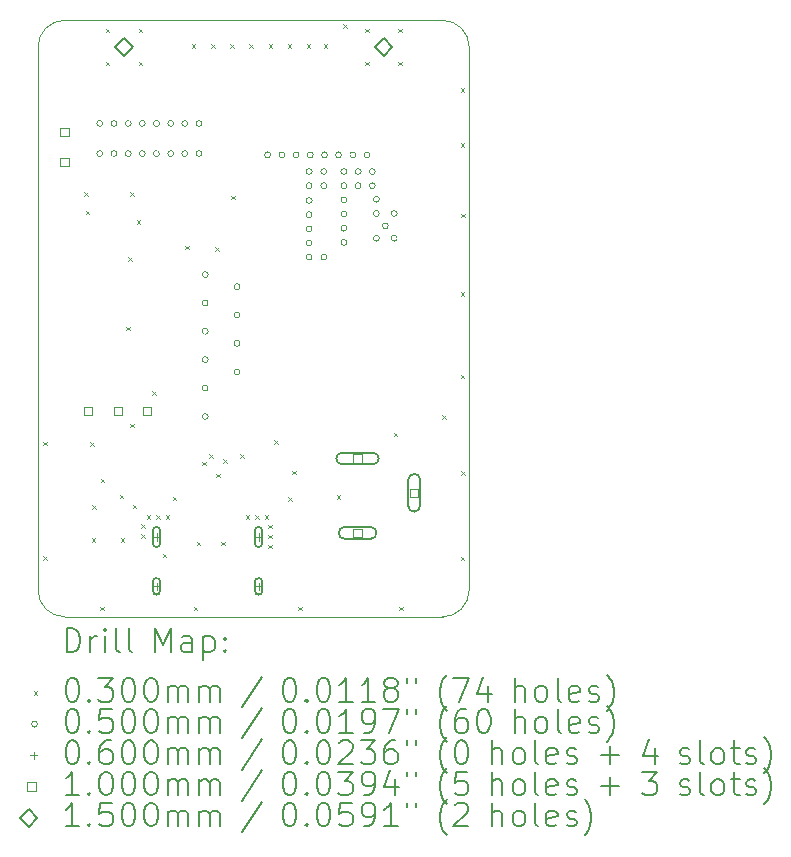
<source format=gbr>
%TF.GenerationSoftware,KiCad,Pcbnew,(7.0.0)*%
%TF.CreationDate,2023-04-23T17:01:31-07:00*%
%TF.ProjectId,boostdriver-al8853,626f6f73-7464-4726-9976-65722d616c38,1*%
%TF.SameCoordinates,Original*%
%TF.FileFunction,Drillmap*%
%TF.FilePolarity,Positive*%
%FSLAX45Y45*%
G04 Gerber Fmt 4.5, Leading zero omitted, Abs format (unit mm)*
G04 Created by KiCad (PCBNEW (7.0.0)) date 2023-04-23 17:01:31*
%MOMM*%
%LPD*%
G01*
G04 APERTURE LIST*
%ADD10C,0.100000*%
%ADD11C,0.200000*%
%ADD12C,0.030000*%
%ADD13C,0.050000*%
%ADD14C,0.060000*%
%ADD15C,0.150000*%
G04 APERTURE END LIST*
D10*
X13600000Y-6175000D02*
G75*
G03*
X13375000Y-6400000I0J-225000D01*
G01*
X17025000Y-11000000D02*
X17025000Y-6400000D01*
X17025000Y-6400000D02*
G75*
G03*
X16800000Y-6175000I-225000J0D01*
G01*
X16800000Y-11225000D02*
X13600000Y-11225000D01*
X16800000Y-11225000D02*
G75*
G03*
X17025000Y-11000000I0J225000D01*
G01*
X16800000Y-6175000D02*
X13600000Y-6175000D01*
X13375000Y-11000000D02*
G75*
G03*
X13600000Y-11225000I225000J0D01*
G01*
X13375000Y-11000000D02*
X13375000Y-6400000D01*
D11*
D12*
X13420000Y-9742500D02*
X13450000Y-9772500D01*
X13450000Y-9742500D02*
X13420000Y-9772500D01*
X13420000Y-10710000D02*
X13450000Y-10740000D01*
X13450000Y-10710000D02*
X13420000Y-10740000D01*
X13765000Y-7630000D02*
X13795000Y-7660000D01*
X13795000Y-7630000D02*
X13765000Y-7660000D01*
X13780000Y-7785000D02*
X13810000Y-7815000D01*
X13810000Y-7785000D02*
X13780000Y-7815000D01*
X13815000Y-9745000D02*
X13845000Y-9775000D01*
X13845000Y-9745000D02*
X13815000Y-9775000D01*
X13830254Y-10560000D02*
X13860254Y-10590000D01*
X13860254Y-10560000D02*
X13830254Y-10590000D01*
X13832500Y-10280000D02*
X13862500Y-10310000D01*
X13862500Y-10280000D02*
X13832500Y-10310000D01*
X13900000Y-11140000D02*
X13930000Y-11170000D01*
X13930000Y-11140000D02*
X13900000Y-11170000D01*
X13906000Y-10057000D02*
X13936000Y-10087000D01*
X13936000Y-10057000D02*
X13906000Y-10087000D01*
X13947000Y-6245500D02*
X13977000Y-6275500D01*
X13977000Y-6245500D02*
X13947000Y-6275500D01*
X13947000Y-6525500D02*
X13977000Y-6555500D01*
X13977000Y-6525500D02*
X13947000Y-6555500D01*
X14067500Y-10192500D02*
X14097500Y-10222500D01*
X14097500Y-10192500D02*
X14067500Y-10222500D01*
X14075000Y-10560000D02*
X14105000Y-10590000D01*
X14105000Y-10560000D02*
X14075000Y-10590000D01*
X14123000Y-8768000D02*
X14153000Y-8798000D01*
X14153000Y-8768000D02*
X14123000Y-8798000D01*
X14137500Y-8180000D02*
X14167500Y-8210000D01*
X14167500Y-8180000D02*
X14137500Y-8210000D01*
X14154000Y-7630000D02*
X14184000Y-7660000D01*
X14184000Y-7630000D02*
X14154000Y-7660000D01*
X14157500Y-9590000D02*
X14187500Y-9620000D01*
X14187500Y-9590000D02*
X14157500Y-9620000D01*
X14175000Y-10277500D02*
X14205000Y-10307500D01*
X14205000Y-10277500D02*
X14175000Y-10307500D01*
X14210000Y-7867500D02*
X14240000Y-7897500D01*
X14240000Y-7867500D02*
X14210000Y-7897500D01*
X14227000Y-6245500D02*
X14257000Y-6275500D01*
X14257000Y-6245500D02*
X14227000Y-6275500D01*
X14227000Y-6525500D02*
X14257000Y-6555500D01*
X14257000Y-6525500D02*
X14227000Y-6555500D01*
X14250000Y-10440000D02*
X14280000Y-10470000D01*
X14280000Y-10440000D02*
X14250000Y-10470000D01*
X14250000Y-10525000D02*
X14280000Y-10555000D01*
X14280000Y-10525000D02*
X14250000Y-10555000D01*
X14295000Y-10365000D02*
X14325000Y-10395000D01*
X14325000Y-10365000D02*
X14295000Y-10395000D01*
X14344000Y-9315000D02*
X14374000Y-9345000D01*
X14374000Y-9315000D02*
X14344000Y-9345000D01*
X14375000Y-10365000D02*
X14405000Y-10395000D01*
X14405000Y-10365000D02*
X14375000Y-10395000D01*
X14430000Y-10690000D02*
X14460000Y-10720000D01*
X14460000Y-10690000D02*
X14430000Y-10720000D01*
X14455000Y-10365000D02*
X14485000Y-10395000D01*
X14485000Y-10365000D02*
X14455000Y-10395000D01*
X14515000Y-10210000D02*
X14545000Y-10240000D01*
X14545000Y-10210000D02*
X14515000Y-10240000D01*
X14620000Y-8085000D02*
X14650000Y-8115000D01*
X14650000Y-8085000D02*
X14620000Y-8115000D01*
X14675000Y-6375000D02*
X14705000Y-6405000D01*
X14705000Y-6375000D02*
X14675000Y-6405000D01*
X14695000Y-11140000D02*
X14725000Y-11170000D01*
X14725000Y-11140000D02*
X14695000Y-11170000D01*
X14717500Y-10590000D02*
X14747500Y-10620000D01*
X14747500Y-10590000D02*
X14717500Y-10620000D01*
X14765000Y-9912500D02*
X14795000Y-9942500D01*
X14795000Y-9912500D02*
X14765000Y-9942500D01*
X14825000Y-9847500D02*
X14855000Y-9877500D01*
X14855000Y-9847500D02*
X14825000Y-9877500D01*
X14840000Y-6375000D02*
X14870000Y-6405000D01*
X14870000Y-6375000D02*
X14840000Y-6405000D01*
X14875000Y-8095000D02*
X14905000Y-8125000D01*
X14905000Y-8095000D02*
X14875000Y-8125000D01*
X14884900Y-10014682D02*
X14914900Y-10044682D01*
X14914900Y-10014682D02*
X14884900Y-10044682D01*
X14927500Y-10590000D02*
X14957500Y-10620000D01*
X14957500Y-10590000D02*
X14927500Y-10620000D01*
X14944950Y-9892500D02*
X14974950Y-9922500D01*
X14974950Y-9892500D02*
X14944950Y-9922500D01*
X15000000Y-6375000D02*
X15030000Y-6405000D01*
X15030000Y-6375000D02*
X15000000Y-6405000D01*
X15010000Y-7660000D02*
X15040000Y-7690000D01*
X15040000Y-7660000D02*
X15010000Y-7690000D01*
X15085000Y-9850000D02*
X15115000Y-9880000D01*
X15115000Y-9850000D02*
X15085000Y-9880000D01*
X15135000Y-10365000D02*
X15165000Y-10395000D01*
X15165000Y-10365000D02*
X15135000Y-10395000D01*
X15165000Y-6375000D02*
X15195000Y-6405000D01*
X15195000Y-6375000D02*
X15165000Y-6405000D01*
X15215000Y-10365000D02*
X15245000Y-10395000D01*
X15245000Y-10365000D02*
X15215000Y-10395000D01*
X15295000Y-10365000D02*
X15325000Y-10395000D01*
X15325000Y-10365000D02*
X15295000Y-10395000D01*
X15325000Y-10445000D02*
X15355000Y-10475000D01*
X15355000Y-10445000D02*
X15325000Y-10475000D01*
X15325000Y-10530000D02*
X15355000Y-10560000D01*
X15355000Y-10530000D02*
X15325000Y-10560000D01*
X15325000Y-10615000D02*
X15355000Y-10645000D01*
X15355000Y-10615000D02*
X15325000Y-10645000D01*
X15330000Y-6375000D02*
X15360000Y-6405000D01*
X15360000Y-6375000D02*
X15330000Y-6405000D01*
X15375000Y-9730000D02*
X15405000Y-9760000D01*
X15405000Y-9730000D02*
X15375000Y-9760000D01*
X15490000Y-6375000D02*
X15520000Y-6405000D01*
X15520000Y-6375000D02*
X15490000Y-6405000D01*
X15492500Y-10212500D02*
X15522500Y-10242500D01*
X15522500Y-10212500D02*
X15492500Y-10242500D01*
X15527500Y-9987500D02*
X15557500Y-10017500D01*
X15557500Y-9987500D02*
X15527500Y-10017500D01*
X15580000Y-11140000D02*
X15610000Y-11170000D01*
X15610000Y-11140000D02*
X15580000Y-11170000D01*
X15650000Y-6375000D02*
X15680000Y-6405000D01*
X15680000Y-6375000D02*
X15650000Y-6405000D01*
X15795000Y-6375000D02*
X15825000Y-6405000D01*
X15825000Y-6375000D02*
X15795000Y-6405000D01*
X15905000Y-10197500D02*
X15935000Y-10227500D01*
X15935000Y-10197500D02*
X15905000Y-10227500D01*
X15960000Y-6209950D02*
X15990000Y-6239950D01*
X15990000Y-6209950D02*
X15960000Y-6239950D01*
X16146000Y-6245000D02*
X16176000Y-6275000D01*
X16176000Y-6245000D02*
X16146000Y-6275000D01*
X16146000Y-6525000D02*
X16176000Y-6555000D01*
X16176000Y-6525000D02*
X16146000Y-6555000D01*
X16385000Y-9665000D02*
X16415000Y-9695000D01*
X16415000Y-9665000D02*
X16385000Y-9695000D01*
X16426000Y-6245000D02*
X16456000Y-6275000D01*
X16456000Y-6245000D02*
X16426000Y-6275000D01*
X16426000Y-6525000D02*
X16456000Y-6555000D01*
X16456000Y-6525000D02*
X16426000Y-6555000D01*
X16435000Y-11140000D02*
X16465000Y-11170000D01*
X16465000Y-11140000D02*
X16435000Y-11170000D01*
X16797000Y-9517000D02*
X16827000Y-9547000D01*
X16827000Y-9517000D02*
X16797000Y-9547000D01*
X16955000Y-6750000D02*
X16985000Y-6780000D01*
X16985000Y-6750000D02*
X16955000Y-6780000D01*
X16955000Y-7215000D02*
X16985000Y-7245000D01*
X16985000Y-7215000D02*
X16955000Y-7245000D01*
X16955000Y-8475000D02*
X16985000Y-8505000D01*
X16985000Y-8475000D02*
X16955000Y-8505000D01*
X16955000Y-9175000D02*
X16985000Y-9205000D01*
X16985000Y-9175000D02*
X16955000Y-9205000D01*
X16955000Y-10715000D02*
X16985000Y-10745000D01*
X16985000Y-10715000D02*
X16955000Y-10745000D01*
X16957000Y-9992000D02*
X16987000Y-10022000D01*
X16987000Y-9992000D02*
X16957000Y-10022000D01*
X16960050Y-7814000D02*
X16990050Y-7844000D01*
X16990050Y-7814000D02*
X16960050Y-7844000D01*
D13*
X13923000Y-7048000D02*
G75*
G03*
X13923000Y-7048000I-25000J0D01*
G01*
X13923000Y-7303000D02*
G75*
G03*
X13923000Y-7303000I-25000J0D01*
G01*
X14043000Y-7048000D02*
G75*
G03*
X14043000Y-7048000I-25000J0D01*
G01*
X14043000Y-7303000D02*
G75*
G03*
X14043000Y-7303000I-25000J0D01*
G01*
X14163000Y-7048000D02*
G75*
G03*
X14163000Y-7048000I-25000J0D01*
G01*
X14163000Y-7303000D02*
G75*
G03*
X14163000Y-7303000I-25000J0D01*
G01*
X14283000Y-7048000D02*
G75*
G03*
X14283000Y-7048000I-25000J0D01*
G01*
X14283000Y-7303000D02*
G75*
G03*
X14283000Y-7303000I-25000J0D01*
G01*
X14403000Y-7048000D02*
G75*
G03*
X14403000Y-7048000I-25000J0D01*
G01*
X14403000Y-7303000D02*
G75*
G03*
X14403000Y-7303000I-25000J0D01*
G01*
X14523000Y-7048000D02*
G75*
G03*
X14523000Y-7048000I-25000J0D01*
G01*
X14523000Y-7303000D02*
G75*
G03*
X14523000Y-7303000I-25000J0D01*
G01*
X14643000Y-7048000D02*
G75*
G03*
X14643000Y-7048000I-25000J0D01*
G01*
X14643000Y-7303000D02*
G75*
G03*
X14643000Y-7303000I-25000J0D01*
G01*
X14763000Y-7048000D02*
G75*
G03*
X14763000Y-7048000I-25000J0D01*
G01*
X14763000Y-7303000D02*
G75*
G03*
X14763000Y-7303000I-25000J0D01*
G01*
X14815000Y-8327500D02*
G75*
G03*
X14815000Y-8327500I-25000J0D01*
G01*
X14815000Y-8567500D02*
G75*
G03*
X14815000Y-8567500I-25000J0D01*
G01*
X14815000Y-8807500D02*
G75*
G03*
X14815000Y-8807500I-25000J0D01*
G01*
X14815000Y-9047500D02*
G75*
G03*
X14815000Y-9047500I-25000J0D01*
G01*
X14815000Y-9289000D02*
G75*
G03*
X14815000Y-9289000I-25000J0D01*
G01*
X14815000Y-9529000D02*
G75*
G03*
X14815000Y-9529000I-25000J0D01*
G01*
X15085000Y-8430000D02*
G75*
G03*
X15085000Y-8430000I-25000J0D01*
G01*
X15085000Y-8670000D02*
G75*
G03*
X15085000Y-8670000I-25000J0D01*
G01*
X15085000Y-8910000D02*
G75*
G03*
X15085000Y-8910000I-25000J0D01*
G01*
X15085000Y-9151500D02*
G75*
G03*
X15085000Y-9151500I-25000J0D01*
G01*
X15344000Y-7314000D02*
G75*
G03*
X15344000Y-7314000I-25000J0D01*
G01*
X15465000Y-7314000D02*
G75*
G03*
X15465000Y-7314000I-25000J0D01*
G01*
X15585000Y-7314000D02*
G75*
G03*
X15585000Y-7314000I-25000J0D01*
G01*
X15695000Y-7455000D02*
G75*
G03*
X15695000Y-7455000I-25000J0D01*
G01*
X15695000Y-7575000D02*
G75*
G03*
X15695000Y-7575000I-25000J0D01*
G01*
X15695000Y-7700000D02*
G75*
G03*
X15695000Y-7700000I-25000J0D01*
G01*
X15695000Y-7820000D02*
G75*
G03*
X15695000Y-7820000I-25000J0D01*
G01*
X15695000Y-7940000D02*
G75*
G03*
X15695000Y-7940000I-25000J0D01*
G01*
X15695000Y-8060000D02*
G75*
G03*
X15695000Y-8060000I-25000J0D01*
G01*
X15695000Y-8180000D02*
G75*
G03*
X15695000Y-8180000I-25000J0D01*
G01*
X15705000Y-7314000D02*
G75*
G03*
X15705000Y-7314000I-25000J0D01*
G01*
X15820000Y-7455000D02*
G75*
G03*
X15820000Y-7455000I-25000J0D01*
G01*
X15820000Y-7575000D02*
G75*
G03*
X15820000Y-7575000I-25000J0D01*
G01*
X15820000Y-8180000D02*
G75*
G03*
X15820000Y-8180000I-25000J0D01*
G01*
X15825000Y-7314000D02*
G75*
G03*
X15825000Y-7314000I-25000J0D01*
G01*
X15945000Y-7314000D02*
G75*
G03*
X15945000Y-7314000I-25000J0D01*
G01*
X15990000Y-7455000D02*
G75*
G03*
X15990000Y-7455000I-25000J0D01*
G01*
X15990000Y-7575000D02*
G75*
G03*
X15990000Y-7575000I-25000J0D01*
G01*
X15990000Y-7695000D02*
G75*
G03*
X15990000Y-7695000I-25000J0D01*
G01*
X15990000Y-7815000D02*
G75*
G03*
X15990000Y-7815000I-25000J0D01*
G01*
X15990000Y-7935000D02*
G75*
G03*
X15990000Y-7935000I-25000J0D01*
G01*
X15990000Y-8055000D02*
G75*
G03*
X15990000Y-8055000I-25000J0D01*
G01*
X16065000Y-7314000D02*
G75*
G03*
X16065000Y-7314000I-25000J0D01*
G01*
X16110000Y-7455000D02*
G75*
G03*
X16110000Y-7455000I-25000J0D01*
G01*
X16110000Y-7575000D02*
G75*
G03*
X16110000Y-7575000I-25000J0D01*
G01*
X16185000Y-7314000D02*
G75*
G03*
X16185000Y-7314000I-25000J0D01*
G01*
X16230000Y-7455000D02*
G75*
G03*
X16230000Y-7455000I-25000J0D01*
G01*
X16230000Y-7575000D02*
G75*
G03*
X16230000Y-7575000I-25000J0D01*
G01*
X16265000Y-7690000D02*
G75*
G03*
X16265000Y-7690000I-25000J0D01*
G01*
X16265000Y-7810000D02*
G75*
G03*
X16265000Y-7810000I-25000J0D01*
G01*
X16265000Y-8020000D02*
G75*
G03*
X16265000Y-8020000I-25000J0D01*
G01*
X16340000Y-7915000D02*
G75*
G03*
X16340000Y-7915000I-25000J0D01*
G01*
X16415000Y-7810000D02*
G75*
G03*
X16415000Y-7810000I-25000J0D01*
G01*
X16415000Y-8020000D02*
G75*
G03*
X16415000Y-8020000I-25000J0D01*
G01*
D14*
X14378000Y-10519500D02*
X14378000Y-10579500D01*
X14348000Y-10549500D02*
X14408000Y-10549500D01*
D11*
X14348000Y-10494500D02*
X14348000Y-10604500D01*
X14348000Y-10604500D02*
G75*
G03*
X14408000Y-10604500I30000J0D01*
G01*
X14408000Y-10604500D02*
X14408000Y-10494500D01*
X14408000Y-10494500D02*
G75*
G03*
X14348000Y-10494500I-30000J0D01*
G01*
D14*
X14378000Y-10937500D02*
X14378000Y-10997500D01*
X14348000Y-10967500D02*
X14408000Y-10967500D01*
D11*
X14348000Y-10927500D02*
X14348000Y-11007500D01*
X14348000Y-11007500D02*
G75*
G03*
X14408000Y-11007500I30000J0D01*
G01*
X14408000Y-11007500D02*
X14408000Y-10927500D01*
X14408000Y-10927500D02*
G75*
G03*
X14348000Y-10927500I-30000J0D01*
G01*
D14*
X15242000Y-10519500D02*
X15242000Y-10579500D01*
X15212000Y-10549500D02*
X15272000Y-10549500D01*
D11*
X15212000Y-10494500D02*
X15212000Y-10604500D01*
X15212000Y-10604500D02*
G75*
G03*
X15272000Y-10604500I30000J0D01*
G01*
X15272000Y-10604500D02*
X15272000Y-10494500D01*
X15272000Y-10494500D02*
G75*
G03*
X15212000Y-10494500I-30000J0D01*
G01*
D14*
X15242000Y-10937500D02*
X15242000Y-10997500D01*
X15212000Y-10967500D02*
X15272000Y-10967500D01*
D11*
X15212000Y-10927500D02*
X15212000Y-11007500D01*
X15212000Y-11007500D02*
G75*
G03*
X15272000Y-11007500I30000J0D01*
G01*
X15272000Y-11007500D02*
X15272000Y-10927500D01*
X15272000Y-10927500D02*
G75*
G03*
X15212000Y-10927500I-30000J0D01*
G01*
D10*
X13635356Y-7157856D02*
X13635356Y-7087144D01*
X13564644Y-7087144D01*
X13564644Y-7157856D01*
X13635356Y-7157856D01*
X13635356Y-7411856D02*
X13635356Y-7341144D01*
X13564644Y-7341144D01*
X13564644Y-7411856D01*
X13635356Y-7411856D01*
X13835356Y-9515356D02*
X13835356Y-9444644D01*
X13764644Y-9444644D01*
X13764644Y-9515356D01*
X13835356Y-9515356D01*
X14085356Y-9515356D02*
X14085356Y-9444644D01*
X14014644Y-9444644D01*
X14014644Y-9515356D01*
X14085356Y-9515356D01*
X14335356Y-9515356D02*
X14335356Y-9444644D01*
X14264644Y-9444644D01*
X14264644Y-9515356D01*
X14335356Y-9515356D01*
X16115356Y-9920356D02*
X16115356Y-9849644D01*
X16044644Y-9849644D01*
X16044644Y-9920356D01*
X16115356Y-9920356D01*
D11*
X15950000Y-9935000D02*
X16210000Y-9935000D01*
X16210000Y-9935000D02*
G75*
G03*
X16210000Y-9835000I0J50000D01*
G01*
X16210000Y-9835000D02*
X15950000Y-9835000D01*
X15950000Y-9835000D02*
G75*
G03*
X15950000Y-9935000I0J-50000D01*
G01*
D10*
X16115356Y-10550356D02*
X16115356Y-10479644D01*
X16044644Y-10479644D01*
X16044644Y-10550356D01*
X16115356Y-10550356D01*
D11*
X15970000Y-10565000D02*
X16190000Y-10565000D01*
X16190000Y-10565000D02*
G75*
G03*
X16190000Y-10465000I0J50000D01*
G01*
X16190000Y-10465000D02*
X15970000Y-10465000D01*
X15970000Y-10465000D02*
G75*
G03*
X15970000Y-10565000I0J-50000D01*
G01*
D10*
X16595356Y-10210356D02*
X16595356Y-10139644D01*
X16524644Y-10139644D01*
X16524644Y-10210356D01*
X16595356Y-10210356D01*
D11*
X16510000Y-10065000D02*
X16510000Y-10285000D01*
X16510000Y-10285000D02*
G75*
G03*
X16610000Y-10285000I50000J0D01*
G01*
X16610000Y-10285000D02*
X16610000Y-10065000D01*
X16610000Y-10065000D02*
G75*
G03*
X16510000Y-10065000I-50000J0D01*
G01*
D15*
X14100000Y-6475000D02*
X14175000Y-6400000D01*
X14100000Y-6325000D01*
X14025000Y-6400000D01*
X14100000Y-6475000D01*
X16300000Y-6475000D02*
X16375000Y-6400000D01*
X16300000Y-6325000D01*
X16225000Y-6400000D01*
X16300000Y-6475000D01*
D11*
X13617619Y-11523476D02*
X13617619Y-11323476D01*
X13617619Y-11323476D02*
X13665238Y-11323476D01*
X13665238Y-11323476D02*
X13693809Y-11333000D01*
X13693809Y-11333000D02*
X13712857Y-11352048D01*
X13712857Y-11352048D02*
X13722381Y-11371095D01*
X13722381Y-11371095D02*
X13731905Y-11409190D01*
X13731905Y-11409190D02*
X13731905Y-11437762D01*
X13731905Y-11437762D02*
X13722381Y-11475857D01*
X13722381Y-11475857D02*
X13712857Y-11494905D01*
X13712857Y-11494905D02*
X13693809Y-11513952D01*
X13693809Y-11513952D02*
X13665238Y-11523476D01*
X13665238Y-11523476D02*
X13617619Y-11523476D01*
X13817619Y-11523476D02*
X13817619Y-11390143D01*
X13817619Y-11428238D02*
X13827143Y-11409190D01*
X13827143Y-11409190D02*
X13836667Y-11399667D01*
X13836667Y-11399667D02*
X13855714Y-11390143D01*
X13855714Y-11390143D02*
X13874762Y-11390143D01*
X13941428Y-11523476D02*
X13941428Y-11390143D01*
X13941428Y-11323476D02*
X13931905Y-11333000D01*
X13931905Y-11333000D02*
X13941428Y-11342524D01*
X13941428Y-11342524D02*
X13950952Y-11333000D01*
X13950952Y-11333000D02*
X13941428Y-11323476D01*
X13941428Y-11323476D02*
X13941428Y-11342524D01*
X14065238Y-11523476D02*
X14046190Y-11513952D01*
X14046190Y-11513952D02*
X14036667Y-11494905D01*
X14036667Y-11494905D02*
X14036667Y-11323476D01*
X14170000Y-11523476D02*
X14150952Y-11513952D01*
X14150952Y-11513952D02*
X14141428Y-11494905D01*
X14141428Y-11494905D02*
X14141428Y-11323476D01*
X14366190Y-11523476D02*
X14366190Y-11323476D01*
X14366190Y-11323476D02*
X14432857Y-11466333D01*
X14432857Y-11466333D02*
X14499524Y-11323476D01*
X14499524Y-11323476D02*
X14499524Y-11523476D01*
X14680476Y-11523476D02*
X14680476Y-11418714D01*
X14680476Y-11418714D02*
X14670952Y-11399667D01*
X14670952Y-11399667D02*
X14651905Y-11390143D01*
X14651905Y-11390143D02*
X14613809Y-11390143D01*
X14613809Y-11390143D02*
X14594762Y-11399667D01*
X14680476Y-11513952D02*
X14661428Y-11523476D01*
X14661428Y-11523476D02*
X14613809Y-11523476D01*
X14613809Y-11523476D02*
X14594762Y-11513952D01*
X14594762Y-11513952D02*
X14585238Y-11494905D01*
X14585238Y-11494905D02*
X14585238Y-11475857D01*
X14585238Y-11475857D02*
X14594762Y-11456809D01*
X14594762Y-11456809D02*
X14613809Y-11447286D01*
X14613809Y-11447286D02*
X14661428Y-11447286D01*
X14661428Y-11447286D02*
X14680476Y-11437762D01*
X14775714Y-11390143D02*
X14775714Y-11590143D01*
X14775714Y-11399667D02*
X14794762Y-11390143D01*
X14794762Y-11390143D02*
X14832857Y-11390143D01*
X14832857Y-11390143D02*
X14851905Y-11399667D01*
X14851905Y-11399667D02*
X14861428Y-11409190D01*
X14861428Y-11409190D02*
X14870952Y-11428238D01*
X14870952Y-11428238D02*
X14870952Y-11485381D01*
X14870952Y-11485381D02*
X14861428Y-11504428D01*
X14861428Y-11504428D02*
X14851905Y-11513952D01*
X14851905Y-11513952D02*
X14832857Y-11523476D01*
X14832857Y-11523476D02*
X14794762Y-11523476D01*
X14794762Y-11523476D02*
X14775714Y-11513952D01*
X14956667Y-11504428D02*
X14966190Y-11513952D01*
X14966190Y-11513952D02*
X14956667Y-11523476D01*
X14956667Y-11523476D02*
X14947143Y-11513952D01*
X14947143Y-11513952D02*
X14956667Y-11504428D01*
X14956667Y-11504428D02*
X14956667Y-11523476D01*
X14956667Y-11399667D02*
X14966190Y-11409190D01*
X14966190Y-11409190D02*
X14956667Y-11418714D01*
X14956667Y-11418714D02*
X14947143Y-11409190D01*
X14947143Y-11409190D02*
X14956667Y-11399667D01*
X14956667Y-11399667D02*
X14956667Y-11418714D01*
D12*
X13340000Y-11855000D02*
X13370000Y-11885000D01*
X13370000Y-11855000D02*
X13340000Y-11885000D01*
D11*
X13655714Y-11743476D02*
X13674762Y-11743476D01*
X13674762Y-11743476D02*
X13693809Y-11753000D01*
X13693809Y-11753000D02*
X13703333Y-11762524D01*
X13703333Y-11762524D02*
X13712857Y-11781571D01*
X13712857Y-11781571D02*
X13722381Y-11819667D01*
X13722381Y-11819667D02*
X13722381Y-11867286D01*
X13722381Y-11867286D02*
X13712857Y-11905381D01*
X13712857Y-11905381D02*
X13703333Y-11924428D01*
X13703333Y-11924428D02*
X13693809Y-11933952D01*
X13693809Y-11933952D02*
X13674762Y-11943476D01*
X13674762Y-11943476D02*
X13655714Y-11943476D01*
X13655714Y-11943476D02*
X13636667Y-11933952D01*
X13636667Y-11933952D02*
X13627143Y-11924428D01*
X13627143Y-11924428D02*
X13617619Y-11905381D01*
X13617619Y-11905381D02*
X13608095Y-11867286D01*
X13608095Y-11867286D02*
X13608095Y-11819667D01*
X13608095Y-11819667D02*
X13617619Y-11781571D01*
X13617619Y-11781571D02*
X13627143Y-11762524D01*
X13627143Y-11762524D02*
X13636667Y-11753000D01*
X13636667Y-11753000D02*
X13655714Y-11743476D01*
X13808095Y-11924428D02*
X13817619Y-11933952D01*
X13817619Y-11933952D02*
X13808095Y-11943476D01*
X13808095Y-11943476D02*
X13798571Y-11933952D01*
X13798571Y-11933952D02*
X13808095Y-11924428D01*
X13808095Y-11924428D02*
X13808095Y-11943476D01*
X13884286Y-11743476D02*
X14008095Y-11743476D01*
X14008095Y-11743476D02*
X13941428Y-11819667D01*
X13941428Y-11819667D02*
X13970000Y-11819667D01*
X13970000Y-11819667D02*
X13989048Y-11829190D01*
X13989048Y-11829190D02*
X13998571Y-11838714D01*
X13998571Y-11838714D02*
X14008095Y-11857762D01*
X14008095Y-11857762D02*
X14008095Y-11905381D01*
X14008095Y-11905381D02*
X13998571Y-11924428D01*
X13998571Y-11924428D02*
X13989048Y-11933952D01*
X13989048Y-11933952D02*
X13970000Y-11943476D01*
X13970000Y-11943476D02*
X13912857Y-11943476D01*
X13912857Y-11943476D02*
X13893809Y-11933952D01*
X13893809Y-11933952D02*
X13884286Y-11924428D01*
X14131905Y-11743476D02*
X14150952Y-11743476D01*
X14150952Y-11743476D02*
X14170000Y-11753000D01*
X14170000Y-11753000D02*
X14179524Y-11762524D01*
X14179524Y-11762524D02*
X14189048Y-11781571D01*
X14189048Y-11781571D02*
X14198571Y-11819667D01*
X14198571Y-11819667D02*
X14198571Y-11867286D01*
X14198571Y-11867286D02*
X14189048Y-11905381D01*
X14189048Y-11905381D02*
X14179524Y-11924428D01*
X14179524Y-11924428D02*
X14170000Y-11933952D01*
X14170000Y-11933952D02*
X14150952Y-11943476D01*
X14150952Y-11943476D02*
X14131905Y-11943476D01*
X14131905Y-11943476D02*
X14112857Y-11933952D01*
X14112857Y-11933952D02*
X14103333Y-11924428D01*
X14103333Y-11924428D02*
X14093809Y-11905381D01*
X14093809Y-11905381D02*
X14084286Y-11867286D01*
X14084286Y-11867286D02*
X14084286Y-11819667D01*
X14084286Y-11819667D02*
X14093809Y-11781571D01*
X14093809Y-11781571D02*
X14103333Y-11762524D01*
X14103333Y-11762524D02*
X14112857Y-11753000D01*
X14112857Y-11753000D02*
X14131905Y-11743476D01*
X14322381Y-11743476D02*
X14341429Y-11743476D01*
X14341429Y-11743476D02*
X14360476Y-11753000D01*
X14360476Y-11753000D02*
X14370000Y-11762524D01*
X14370000Y-11762524D02*
X14379524Y-11781571D01*
X14379524Y-11781571D02*
X14389048Y-11819667D01*
X14389048Y-11819667D02*
X14389048Y-11867286D01*
X14389048Y-11867286D02*
X14379524Y-11905381D01*
X14379524Y-11905381D02*
X14370000Y-11924428D01*
X14370000Y-11924428D02*
X14360476Y-11933952D01*
X14360476Y-11933952D02*
X14341429Y-11943476D01*
X14341429Y-11943476D02*
X14322381Y-11943476D01*
X14322381Y-11943476D02*
X14303333Y-11933952D01*
X14303333Y-11933952D02*
X14293809Y-11924428D01*
X14293809Y-11924428D02*
X14284286Y-11905381D01*
X14284286Y-11905381D02*
X14274762Y-11867286D01*
X14274762Y-11867286D02*
X14274762Y-11819667D01*
X14274762Y-11819667D02*
X14284286Y-11781571D01*
X14284286Y-11781571D02*
X14293809Y-11762524D01*
X14293809Y-11762524D02*
X14303333Y-11753000D01*
X14303333Y-11753000D02*
X14322381Y-11743476D01*
X14474762Y-11943476D02*
X14474762Y-11810143D01*
X14474762Y-11829190D02*
X14484286Y-11819667D01*
X14484286Y-11819667D02*
X14503333Y-11810143D01*
X14503333Y-11810143D02*
X14531905Y-11810143D01*
X14531905Y-11810143D02*
X14550952Y-11819667D01*
X14550952Y-11819667D02*
X14560476Y-11838714D01*
X14560476Y-11838714D02*
X14560476Y-11943476D01*
X14560476Y-11838714D02*
X14570000Y-11819667D01*
X14570000Y-11819667D02*
X14589048Y-11810143D01*
X14589048Y-11810143D02*
X14617619Y-11810143D01*
X14617619Y-11810143D02*
X14636667Y-11819667D01*
X14636667Y-11819667D02*
X14646190Y-11838714D01*
X14646190Y-11838714D02*
X14646190Y-11943476D01*
X14741429Y-11943476D02*
X14741429Y-11810143D01*
X14741429Y-11829190D02*
X14750952Y-11819667D01*
X14750952Y-11819667D02*
X14770000Y-11810143D01*
X14770000Y-11810143D02*
X14798571Y-11810143D01*
X14798571Y-11810143D02*
X14817619Y-11819667D01*
X14817619Y-11819667D02*
X14827143Y-11838714D01*
X14827143Y-11838714D02*
X14827143Y-11943476D01*
X14827143Y-11838714D02*
X14836667Y-11819667D01*
X14836667Y-11819667D02*
X14855714Y-11810143D01*
X14855714Y-11810143D02*
X14884286Y-11810143D01*
X14884286Y-11810143D02*
X14903333Y-11819667D01*
X14903333Y-11819667D02*
X14912857Y-11838714D01*
X14912857Y-11838714D02*
X14912857Y-11943476D01*
X15270952Y-11733952D02*
X15099524Y-11991095D01*
X15495714Y-11743476D02*
X15514762Y-11743476D01*
X15514762Y-11743476D02*
X15533810Y-11753000D01*
X15533810Y-11753000D02*
X15543333Y-11762524D01*
X15543333Y-11762524D02*
X15552857Y-11781571D01*
X15552857Y-11781571D02*
X15562381Y-11819667D01*
X15562381Y-11819667D02*
X15562381Y-11867286D01*
X15562381Y-11867286D02*
X15552857Y-11905381D01*
X15552857Y-11905381D02*
X15543333Y-11924428D01*
X15543333Y-11924428D02*
X15533810Y-11933952D01*
X15533810Y-11933952D02*
X15514762Y-11943476D01*
X15514762Y-11943476D02*
X15495714Y-11943476D01*
X15495714Y-11943476D02*
X15476667Y-11933952D01*
X15476667Y-11933952D02*
X15467143Y-11924428D01*
X15467143Y-11924428D02*
X15457619Y-11905381D01*
X15457619Y-11905381D02*
X15448095Y-11867286D01*
X15448095Y-11867286D02*
X15448095Y-11819667D01*
X15448095Y-11819667D02*
X15457619Y-11781571D01*
X15457619Y-11781571D02*
X15467143Y-11762524D01*
X15467143Y-11762524D02*
X15476667Y-11753000D01*
X15476667Y-11753000D02*
X15495714Y-11743476D01*
X15648095Y-11924428D02*
X15657619Y-11933952D01*
X15657619Y-11933952D02*
X15648095Y-11943476D01*
X15648095Y-11943476D02*
X15638571Y-11933952D01*
X15638571Y-11933952D02*
X15648095Y-11924428D01*
X15648095Y-11924428D02*
X15648095Y-11943476D01*
X15781429Y-11743476D02*
X15800476Y-11743476D01*
X15800476Y-11743476D02*
X15819524Y-11753000D01*
X15819524Y-11753000D02*
X15829048Y-11762524D01*
X15829048Y-11762524D02*
X15838571Y-11781571D01*
X15838571Y-11781571D02*
X15848095Y-11819667D01*
X15848095Y-11819667D02*
X15848095Y-11867286D01*
X15848095Y-11867286D02*
X15838571Y-11905381D01*
X15838571Y-11905381D02*
X15829048Y-11924428D01*
X15829048Y-11924428D02*
X15819524Y-11933952D01*
X15819524Y-11933952D02*
X15800476Y-11943476D01*
X15800476Y-11943476D02*
X15781429Y-11943476D01*
X15781429Y-11943476D02*
X15762381Y-11933952D01*
X15762381Y-11933952D02*
X15752857Y-11924428D01*
X15752857Y-11924428D02*
X15743333Y-11905381D01*
X15743333Y-11905381D02*
X15733810Y-11867286D01*
X15733810Y-11867286D02*
X15733810Y-11819667D01*
X15733810Y-11819667D02*
X15743333Y-11781571D01*
X15743333Y-11781571D02*
X15752857Y-11762524D01*
X15752857Y-11762524D02*
X15762381Y-11753000D01*
X15762381Y-11753000D02*
X15781429Y-11743476D01*
X16038571Y-11943476D02*
X15924286Y-11943476D01*
X15981429Y-11943476D02*
X15981429Y-11743476D01*
X15981429Y-11743476D02*
X15962381Y-11772048D01*
X15962381Y-11772048D02*
X15943333Y-11791095D01*
X15943333Y-11791095D02*
X15924286Y-11800619D01*
X16229048Y-11943476D02*
X16114762Y-11943476D01*
X16171905Y-11943476D02*
X16171905Y-11743476D01*
X16171905Y-11743476D02*
X16152857Y-11772048D01*
X16152857Y-11772048D02*
X16133810Y-11791095D01*
X16133810Y-11791095D02*
X16114762Y-11800619D01*
X16343333Y-11829190D02*
X16324286Y-11819667D01*
X16324286Y-11819667D02*
X16314762Y-11810143D01*
X16314762Y-11810143D02*
X16305238Y-11791095D01*
X16305238Y-11791095D02*
X16305238Y-11781571D01*
X16305238Y-11781571D02*
X16314762Y-11762524D01*
X16314762Y-11762524D02*
X16324286Y-11753000D01*
X16324286Y-11753000D02*
X16343333Y-11743476D01*
X16343333Y-11743476D02*
X16381429Y-11743476D01*
X16381429Y-11743476D02*
X16400476Y-11753000D01*
X16400476Y-11753000D02*
X16410000Y-11762524D01*
X16410000Y-11762524D02*
X16419524Y-11781571D01*
X16419524Y-11781571D02*
X16419524Y-11791095D01*
X16419524Y-11791095D02*
X16410000Y-11810143D01*
X16410000Y-11810143D02*
X16400476Y-11819667D01*
X16400476Y-11819667D02*
X16381429Y-11829190D01*
X16381429Y-11829190D02*
X16343333Y-11829190D01*
X16343333Y-11829190D02*
X16324286Y-11838714D01*
X16324286Y-11838714D02*
X16314762Y-11848238D01*
X16314762Y-11848238D02*
X16305238Y-11867286D01*
X16305238Y-11867286D02*
X16305238Y-11905381D01*
X16305238Y-11905381D02*
X16314762Y-11924428D01*
X16314762Y-11924428D02*
X16324286Y-11933952D01*
X16324286Y-11933952D02*
X16343333Y-11943476D01*
X16343333Y-11943476D02*
X16381429Y-11943476D01*
X16381429Y-11943476D02*
X16400476Y-11933952D01*
X16400476Y-11933952D02*
X16410000Y-11924428D01*
X16410000Y-11924428D02*
X16419524Y-11905381D01*
X16419524Y-11905381D02*
X16419524Y-11867286D01*
X16419524Y-11867286D02*
X16410000Y-11848238D01*
X16410000Y-11848238D02*
X16400476Y-11838714D01*
X16400476Y-11838714D02*
X16381429Y-11829190D01*
X16495714Y-11743476D02*
X16495714Y-11781571D01*
X16571905Y-11743476D02*
X16571905Y-11781571D01*
X16834762Y-12019667D02*
X16825238Y-12010143D01*
X16825238Y-12010143D02*
X16806191Y-11981571D01*
X16806191Y-11981571D02*
X16796667Y-11962524D01*
X16796667Y-11962524D02*
X16787143Y-11933952D01*
X16787143Y-11933952D02*
X16777619Y-11886333D01*
X16777619Y-11886333D02*
X16777619Y-11848238D01*
X16777619Y-11848238D02*
X16787143Y-11800619D01*
X16787143Y-11800619D02*
X16796667Y-11772048D01*
X16796667Y-11772048D02*
X16806191Y-11753000D01*
X16806191Y-11753000D02*
X16825238Y-11724428D01*
X16825238Y-11724428D02*
X16834762Y-11714905D01*
X16891905Y-11743476D02*
X17025238Y-11743476D01*
X17025238Y-11743476D02*
X16939524Y-11943476D01*
X17187143Y-11810143D02*
X17187143Y-11943476D01*
X17139524Y-11733952D02*
X17091905Y-11876809D01*
X17091905Y-11876809D02*
X17215714Y-11876809D01*
X17411905Y-11943476D02*
X17411905Y-11743476D01*
X17497619Y-11943476D02*
X17497619Y-11838714D01*
X17497619Y-11838714D02*
X17488095Y-11819667D01*
X17488095Y-11819667D02*
X17469048Y-11810143D01*
X17469048Y-11810143D02*
X17440476Y-11810143D01*
X17440476Y-11810143D02*
X17421429Y-11819667D01*
X17421429Y-11819667D02*
X17411905Y-11829190D01*
X17621429Y-11943476D02*
X17602381Y-11933952D01*
X17602381Y-11933952D02*
X17592857Y-11924428D01*
X17592857Y-11924428D02*
X17583334Y-11905381D01*
X17583334Y-11905381D02*
X17583334Y-11848238D01*
X17583334Y-11848238D02*
X17592857Y-11829190D01*
X17592857Y-11829190D02*
X17602381Y-11819667D01*
X17602381Y-11819667D02*
X17621429Y-11810143D01*
X17621429Y-11810143D02*
X17650000Y-11810143D01*
X17650000Y-11810143D02*
X17669048Y-11819667D01*
X17669048Y-11819667D02*
X17678572Y-11829190D01*
X17678572Y-11829190D02*
X17688095Y-11848238D01*
X17688095Y-11848238D02*
X17688095Y-11905381D01*
X17688095Y-11905381D02*
X17678572Y-11924428D01*
X17678572Y-11924428D02*
X17669048Y-11933952D01*
X17669048Y-11933952D02*
X17650000Y-11943476D01*
X17650000Y-11943476D02*
X17621429Y-11943476D01*
X17802381Y-11943476D02*
X17783334Y-11933952D01*
X17783334Y-11933952D02*
X17773810Y-11914905D01*
X17773810Y-11914905D02*
X17773810Y-11743476D01*
X17954762Y-11933952D02*
X17935715Y-11943476D01*
X17935715Y-11943476D02*
X17897619Y-11943476D01*
X17897619Y-11943476D02*
X17878572Y-11933952D01*
X17878572Y-11933952D02*
X17869048Y-11914905D01*
X17869048Y-11914905D02*
X17869048Y-11838714D01*
X17869048Y-11838714D02*
X17878572Y-11819667D01*
X17878572Y-11819667D02*
X17897619Y-11810143D01*
X17897619Y-11810143D02*
X17935715Y-11810143D01*
X17935715Y-11810143D02*
X17954762Y-11819667D01*
X17954762Y-11819667D02*
X17964286Y-11838714D01*
X17964286Y-11838714D02*
X17964286Y-11857762D01*
X17964286Y-11857762D02*
X17869048Y-11876809D01*
X18040476Y-11933952D02*
X18059524Y-11943476D01*
X18059524Y-11943476D02*
X18097619Y-11943476D01*
X18097619Y-11943476D02*
X18116667Y-11933952D01*
X18116667Y-11933952D02*
X18126191Y-11914905D01*
X18126191Y-11914905D02*
X18126191Y-11905381D01*
X18126191Y-11905381D02*
X18116667Y-11886333D01*
X18116667Y-11886333D02*
X18097619Y-11876809D01*
X18097619Y-11876809D02*
X18069048Y-11876809D01*
X18069048Y-11876809D02*
X18050000Y-11867286D01*
X18050000Y-11867286D02*
X18040476Y-11848238D01*
X18040476Y-11848238D02*
X18040476Y-11838714D01*
X18040476Y-11838714D02*
X18050000Y-11819667D01*
X18050000Y-11819667D02*
X18069048Y-11810143D01*
X18069048Y-11810143D02*
X18097619Y-11810143D01*
X18097619Y-11810143D02*
X18116667Y-11819667D01*
X18192857Y-12019667D02*
X18202381Y-12010143D01*
X18202381Y-12010143D02*
X18221429Y-11981571D01*
X18221429Y-11981571D02*
X18230953Y-11962524D01*
X18230953Y-11962524D02*
X18240476Y-11933952D01*
X18240476Y-11933952D02*
X18250000Y-11886333D01*
X18250000Y-11886333D02*
X18250000Y-11848238D01*
X18250000Y-11848238D02*
X18240476Y-11800619D01*
X18240476Y-11800619D02*
X18230953Y-11772048D01*
X18230953Y-11772048D02*
X18221429Y-11753000D01*
X18221429Y-11753000D02*
X18202381Y-11724428D01*
X18202381Y-11724428D02*
X18192857Y-11714905D01*
D13*
X13370000Y-12134000D02*
G75*
G03*
X13370000Y-12134000I-25000J0D01*
G01*
D11*
X13655714Y-12007476D02*
X13674762Y-12007476D01*
X13674762Y-12007476D02*
X13693809Y-12017000D01*
X13693809Y-12017000D02*
X13703333Y-12026524D01*
X13703333Y-12026524D02*
X13712857Y-12045571D01*
X13712857Y-12045571D02*
X13722381Y-12083667D01*
X13722381Y-12083667D02*
X13722381Y-12131286D01*
X13722381Y-12131286D02*
X13712857Y-12169381D01*
X13712857Y-12169381D02*
X13703333Y-12188428D01*
X13703333Y-12188428D02*
X13693809Y-12197952D01*
X13693809Y-12197952D02*
X13674762Y-12207476D01*
X13674762Y-12207476D02*
X13655714Y-12207476D01*
X13655714Y-12207476D02*
X13636667Y-12197952D01*
X13636667Y-12197952D02*
X13627143Y-12188428D01*
X13627143Y-12188428D02*
X13617619Y-12169381D01*
X13617619Y-12169381D02*
X13608095Y-12131286D01*
X13608095Y-12131286D02*
X13608095Y-12083667D01*
X13608095Y-12083667D02*
X13617619Y-12045571D01*
X13617619Y-12045571D02*
X13627143Y-12026524D01*
X13627143Y-12026524D02*
X13636667Y-12017000D01*
X13636667Y-12017000D02*
X13655714Y-12007476D01*
X13808095Y-12188428D02*
X13817619Y-12197952D01*
X13817619Y-12197952D02*
X13808095Y-12207476D01*
X13808095Y-12207476D02*
X13798571Y-12197952D01*
X13798571Y-12197952D02*
X13808095Y-12188428D01*
X13808095Y-12188428D02*
X13808095Y-12207476D01*
X13998571Y-12007476D02*
X13903333Y-12007476D01*
X13903333Y-12007476D02*
X13893809Y-12102714D01*
X13893809Y-12102714D02*
X13903333Y-12093190D01*
X13903333Y-12093190D02*
X13922381Y-12083667D01*
X13922381Y-12083667D02*
X13970000Y-12083667D01*
X13970000Y-12083667D02*
X13989048Y-12093190D01*
X13989048Y-12093190D02*
X13998571Y-12102714D01*
X13998571Y-12102714D02*
X14008095Y-12121762D01*
X14008095Y-12121762D02*
X14008095Y-12169381D01*
X14008095Y-12169381D02*
X13998571Y-12188428D01*
X13998571Y-12188428D02*
X13989048Y-12197952D01*
X13989048Y-12197952D02*
X13970000Y-12207476D01*
X13970000Y-12207476D02*
X13922381Y-12207476D01*
X13922381Y-12207476D02*
X13903333Y-12197952D01*
X13903333Y-12197952D02*
X13893809Y-12188428D01*
X14131905Y-12007476D02*
X14150952Y-12007476D01*
X14150952Y-12007476D02*
X14170000Y-12017000D01*
X14170000Y-12017000D02*
X14179524Y-12026524D01*
X14179524Y-12026524D02*
X14189048Y-12045571D01*
X14189048Y-12045571D02*
X14198571Y-12083667D01*
X14198571Y-12083667D02*
X14198571Y-12131286D01*
X14198571Y-12131286D02*
X14189048Y-12169381D01*
X14189048Y-12169381D02*
X14179524Y-12188428D01*
X14179524Y-12188428D02*
X14170000Y-12197952D01*
X14170000Y-12197952D02*
X14150952Y-12207476D01*
X14150952Y-12207476D02*
X14131905Y-12207476D01*
X14131905Y-12207476D02*
X14112857Y-12197952D01*
X14112857Y-12197952D02*
X14103333Y-12188428D01*
X14103333Y-12188428D02*
X14093809Y-12169381D01*
X14093809Y-12169381D02*
X14084286Y-12131286D01*
X14084286Y-12131286D02*
X14084286Y-12083667D01*
X14084286Y-12083667D02*
X14093809Y-12045571D01*
X14093809Y-12045571D02*
X14103333Y-12026524D01*
X14103333Y-12026524D02*
X14112857Y-12017000D01*
X14112857Y-12017000D02*
X14131905Y-12007476D01*
X14322381Y-12007476D02*
X14341429Y-12007476D01*
X14341429Y-12007476D02*
X14360476Y-12017000D01*
X14360476Y-12017000D02*
X14370000Y-12026524D01*
X14370000Y-12026524D02*
X14379524Y-12045571D01*
X14379524Y-12045571D02*
X14389048Y-12083667D01*
X14389048Y-12083667D02*
X14389048Y-12131286D01*
X14389048Y-12131286D02*
X14379524Y-12169381D01*
X14379524Y-12169381D02*
X14370000Y-12188428D01*
X14370000Y-12188428D02*
X14360476Y-12197952D01*
X14360476Y-12197952D02*
X14341429Y-12207476D01*
X14341429Y-12207476D02*
X14322381Y-12207476D01*
X14322381Y-12207476D02*
X14303333Y-12197952D01*
X14303333Y-12197952D02*
X14293809Y-12188428D01*
X14293809Y-12188428D02*
X14284286Y-12169381D01*
X14284286Y-12169381D02*
X14274762Y-12131286D01*
X14274762Y-12131286D02*
X14274762Y-12083667D01*
X14274762Y-12083667D02*
X14284286Y-12045571D01*
X14284286Y-12045571D02*
X14293809Y-12026524D01*
X14293809Y-12026524D02*
X14303333Y-12017000D01*
X14303333Y-12017000D02*
X14322381Y-12007476D01*
X14474762Y-12207476D02*
X14474762Y-12074143D01*
X14474762Y-12093190D02*
X14484286Y-12083667D01*
X14484286Y-12083667D02*
X14503333Y-12074143D01*
X14503333Y-12074143D02*
X14531905Y-12074143D01*
X14531905Y-12074143D02*
X14550952Y-12083667D01*
X14550952Y-12083667D02*
X14560476Y-12102714D01*
X14560476Y-12102714D02*
X14560476Y-12207476D01*
X14560476Y-12102714D02*
X14570000Y-12083667D01*
X14570000Y-12083667D02*
X14589048Y-12074143D01*
X14589048Y-12074143D02*
X14617619Y-12074143D01*
X14617619Y-12074143D02*
X14636667Y-12083667D01*
X14636667Y-12083667D02*
X14646190Y-12102714D01*
X14646190Y-12102714D02*
X14646190Y-12207476D01*
X14741429Y-12207476D02*
X14741429Y-12074143D01*
X14741429Y-12093190D02*
X14750952Y-12083667D01*
X14750952Y-12083667D02*
X14770000Y-12074143D01*
X14770000Y-12074143D02*
X14798571Y-12074143D01*
X14798571Y-12074143D02*
X14817619Y-12083667D01*
X14817619Y-12083667D02*
X14827143Y-12102714D01*
X14827143Y-12102714D02*
X14827143Y-12207476D01*
X14827143Y-12102714D02*
X14836667Y-12083667D01*
X14836667Y-12083667D02*
X14855714Y-12074143D01*
X14855714Y-12074143D02*
X14884286Y-12074143D01*
X14884286Y-12074143D02*
X14903333Y-12083667D01*
X14903333Y-12083667D02*
X14912857Y-12102714D01*
X14912857Y-12102714D02*
X14912857Y-12207476D01*
X15270952Y-11997952D02*
X15099524Y-12255095D01*
X15495714Y-12007476D02*
X15514762Y-12007476D01*
X15514762Y-12007476D02*
X15533810Y-12017000D01*
X15533810Y-12017000D02*
X15543333Y-12026524D01*
X15543333Y-12026524D02*
X15552857Y-12045571D01*
X15552857Y-12045571D02*
X15562381Y-12083667D01*
X15562381Y-12083667D02*
X15562381Y-12131286D01*
X15562381Y-12131286D02*
X15552857Y-12169381D01*
X15552857Y-12169381D02*
X15543333Y-12188428D01*
X15543333Y-12188428D02*
X15533810Y-12197952D01*
X15533810Y-12197952D02*
X15514762Y-12207476D01*
X15514762Y-12207476D02*
X15495714Y-12207476D01*
X15495714Y-12207476D02*
X15476667Y-12197952D01*
X15476667Y-12197952D02*
X15467143Y-12188428D01*
X15467143Y-12188428D02*
X15457619Y-12169381D01*
X15457619Y-12169381D02*
X15448095Y-12131286D01*
X15448095Y-12131286D02*
X15448095Y-12083667D01*
X15448095Y-12083667D02*
X15457619Y-12045571D01*
X15457619Y-12045571D02*
X15467143Y-12026524D01*
X15467143Y-12026524D02*
X15476667Y-12017000D01*
X15476667Y-12017000D02*
X15495714Y-12007476D01*
X15648095Y-12188428D02*
X15657619Y-12197952D01*
X15657619Y-12197952D02*
X15648095Y-12207476D01*
X15648095Y-12207476D02*
X15638571Y-12197952D01*
X15638571Y-12197952D02*
X15648095Y-12188428D01*
X15648095Y-12188428D02*
X15648095Y-12207476D01*
X15781429Y-12007476D02*
X15800476Y-12007476D01*
X15800476Y-12007476D02*
X15819524Y-12017000D01*
X15819524Y-12017000D02*
X15829048Y-12026524D01*
X15829048Y-12026524D02*
X15838571Y-12045571D01*
X15838571Y-12045571D02*
X15848095Y-12083667D01*
X15848095Y-12083667D02*
X15848095Y-12131286D01*
X15848095Y-12131286D02*
X15838571Y-12169381D01*
X15838571Y-12169381D02*
X15829048Y-12188428D01*
X15829048Y-12188428D02*
X15819524Y-12197952D01*
X15819524Y-12197952D02*
X15800476Y-12207476D01*
X15800476Y-12207476D02*
X15781429Y-12207476D01*
X15781429Y-12207476D02*
X15762381Y-12197952D01*
X15762381Y-12197952D02*
X15752857Y-12188428D01*
X15752857Y-12188428D02*
X15743333Y-12169381D01*
X15743333Y-12169381D02*
X15733810Y-12131286D01*
X15733810Y-12131286D02*
X15733810Y-12083667D01*
X15733810Y-12083667D02*
X15743333Y-12045571D01*
X15743333Y-12045571D02*
X15752857Y-12026524D01*
X15752857Y-12026524D02*
X15762381Y-12017000D01*
X15762381Y-12017000D02*
X15781429Y-12007476D01*
X16038571Y-12207476D02*
X15924286Y-12207476D01*
X15981429Y-12207476D02*
X15981429Y-12007476D01*
X15981429Y-12007476D02*
X15962381Y-12036048D01*
X15962381Y-12036048D02*
X15943333Y-12055095D01*
X15943333Y-12055095D02*
X15924286Y-12064619D01*
X16133810Y-12207476D02*
X16171905Y-12207476D01*
X16171905Y-12207476D02*
X16190952Y-12197952D01*
X16190952Y-12197952D02*
X16200476Y-12188428D01*
X16200476Y-12188428D02*
X16219524Y-12159857D01*
X16219524Y-12159857D02*
X16229048Y-12121762D01*
X16229048Y-12121762D02*
X16229048Y-12045571D01*
X16229048Y-12045571D02*
X16219524Y-12026524D01*
X16219524Y-12026524D02*
X16210000Y-12017000D01*
X16210000Y-12017000D02*
X16190952Y-12007476D01*
X16190952Y-12007476D02*
X16152857Y-12007476D01*
X16152857Y-12007476D02*
X16133810Y-12017000D01*
X16133810Y-12017000D02*
X16124286Y-12026524D01*
X16124286Y-12026524D02*
X16114762Y-12045571D01*
X16114762Y-12045571D02*
X16114762Y-12093190D01*
X16114762Y-12093190D02*
X16124286Y-12112238D01*
X16124286Y-12112238D02*
X16133810Y-12121762D01*
X16133810Y-12121762D02*
X16152857Y-12131286D01*
X16152857Y-12131286D02*
X16190952Y-12131286D01*
X16190952Y-12131286D02*
X16210000Y-12121762D01*
X16210000Y-12121762D02*
X16219524Y-12112238D01*
X16219524Y-12112238D02*
X16229048Y-12093190D01*
X16295714Y-12007476D02*
X16429048Y-12007476D01*
X16429048Y-12007476D02*
X16343333Y-12207476D01*
X16495714Y-12007476D02*
X16495714Y-12045571D01*
X16571905Y-12007476D02*
X16571905Y-12045571D01*
X16834762Y-12283667D02*
X16825238Y-12274143D01*
X16825238Y-12274143D02*
X16806191Y-12245571D01*
X16806191Y-12245571D02*
X16796667Y-12226524D01*
X16796667Y-12226524D02*
X16787143Y-12197952D01*
X16787143Y-12197952D02*
X16777619Y-12150333D01*
X16777619Y-12150333D02*
X16777619Y-12112238D01*
X16777619Y-12112238D02*
X16787143Y-12064619D01*
X16787143Y-12064619D02*
X16796667Y-12036048D01*
X16796667Y-12036048D02*
X16806191Y-12017000D01*
X16806191Y-12017000D02*
X16825238Y-11988428D01*
X16825238Y-11988428D02*
X16834762Y-11978905D01*
X16996667Y-12007476D02*
X16958572Y-12007476D01*
X16958572Y-12007476D02*
X16939524Y-12017000D01*
X16939524Y-12017000D02*
X16930000Y-12026524D01*
X16930000Y-12026524D02*
X16910953Y-12055095D01*
X16910953Y-12055095D02*
X16901429Y-12093190D01*
X16901429Y-12093190D02*
X16901429Y-12169381D01*
X16901429Y-12169381D02*
X16910953Y-12188428D01*
X16910953Y-12188428D02*
X16920476Y-12197952D01*
X16920476Y-12197952D02*
X16939524Y-12207476D01*
X16939524Y-12207476D02*
X16977619Y-12207476D01*
X16977619Y-12207476D02*
X16996667Y-12197952D01*
X16996667Y-12197952D02*
X17006191Y-12188428D01*
X17006191Y-12188428D02*
X17015714Y-12169381D01*
X17015714Y-12169381D02*
X17015714Y-12121762D01*
X17015714Y-12121762D02*
X17006191Y-12102714D01*
X17006191Y-12102714D02*
X16996667Y-12093190D01*
X16996667Y-12093190D02*
X16977619Y-12083667D01*
X16977619Y-12083667D02*
X16939524Y-12083667D01*
X16939524Y-12083667D02*
X16920476Y-12093190D01*
X16920476Y-12093190D02*
X16910953Y-12102714D01*
X16910953Y-12102714D02*
X16901429Y-12121762D01*
X17139524Y-12007476D02*
X17158572Y-12007476D01*
X17158572Y-12007476D02*
X17177619Y-12017000D01*
X17177619Y-12017000D02*
X17187143Y-12026524D01*
X17187143Y-12026524D02*
X17196667Y-12045571D01*
X17196667Y-12045571D02*
X17206191Y-12083667D01*
X17206191Y-12083667D02*
X17206191Y-12131286D01*
X17206191Y-12131286D02*
X17196667Y-12169381D01*
X17196667Y-12169381D02*
X17187143Y-12188428D01*
X17187143Y-12188428D02*
X17177619Y-12197952D01*
X17177619Y-12197952D02*
X17158572Y-12207476D01*
X17158572Y-12207476D02*
X17139524Y-12207476D01*
X17139524Y-12207476D02*
X17120476Y-12197952D01*
X17120476Y-12197952D02*
X17110953Y-12188428D01*
X17110953Y-12188428D02*
X17101429Y-12169381D01*
X17101429Y-12169381D02*
X17091905Y-12131286D01*
X17091905Y-12131286D02*
X17091905Y-12083667D01*
X17091905Y-12083667D02*
X17101429Y-12045571D01*
X17101429Y-12045571D02*
X17110953Y-12026524D01*
X17110953Y-12026524D02*
X17120476Y-12017000D01*
X17120476Y-12017000D02*
X17139524Y-12007476D01*
X17411905Y-12207476D02*
X17411905Y-12007476D01*
X17497619Y-12207476D02*
X17497619Y-12102714D01*
X17497619Y-12102714D02*
X17488095Y-12083667D01*
X17488095Y-12083667D02*
X17469048Y-12074143D01*
X17469048Y-12074143D02*
X17440476Y-12074143D01*
X17440476Y-12074143D02*
X17421429Y-12083667D01*
X17421429Y-12083667D02*
X17411905Y-12093190D01*
X17621429Y-12207476D02*
X17602381Y-12197952D01*
X17602381Y-12197952D02*
X17592857Y-12188428D01*
X17592857Y-12188428D02*
X17583334Y-12169381D01*
X17583334Y-12169381D02*
X17583334Y-12112238D01*
X17583334Y-12112238D02*
X17592857Y-12093190D01*
X17592857Y-12093190D02*
X17602381Y-12083667D01*
X17602381Y-12083667D02*
X17621429Y-12074143D01*
X17621429Y-12074143D02*
X17650000Y-12074143D01*
X17650000Y-12074143D02*
X17669048Y-12083667D01*
X17669048Y-12083667D02*
X17678572Y-12093190D01*
X17678572Y-12093190D02*
X17688095Y-12112238D01*
X17688095Y-12112238D02*
X17688095Y-12169381D01*
X17688095Y-12169381D02*
X17678572Y-12188428D01*
X17678572Y-12188428D02*
X17669048Y-12197952D01*
X17669048Y-12197952D02*
X17650000Y-12207476D01*
X17650000Y-12207476D02*
X17621429Y-12207476D01*
X17802381Y-12207476D02*
X17783334Y-12197952D01*
X17783334Y-12197952D02*
X17773810Y-12178905D01*
X17773810Y-12178905D02*
X17773810Y-12007476D01*
X17954762Y-12197952D02*
X17935715Y-12207476D01*
X17935715Y-12207476D02*
X17897619Y-12207476D01*
X17897619Y-12207476D02*
X17878572Y-12197952D01*
X17878572Y-12197952D02*
X17869048Y-12178905D01*
X17869048Y-12178905D02*
X17869048Y-12102714D01*
X17869048Y-12102714D02*
X17878572Y-12083667D01*
X17878572Y-12083667D02*
X17897619Y-12074143D01*
X17897619Y-12074143D02*
X17935715Y-12074143D01*
X17935715Y-12074143D02*
X17954762Y-12083667D01*
X17954762Y-12083667D02*
X17964286Y-12102714D01*
X17964286Y-12102714D02*
X17964286Y-12121762D01*
X17964286Y-12121762D02*
X17869048Y-12140809D01*
X18040476Y-12197952D02*
X18059524Y-12207476D01*
X18059524Y-12207476D02*
X18097619Y-12207476D01*
X18097619Y-12207476D02*
X18116667Y-12197952D01*
X18116667Y-12197952D02*
X18126191Y-12178905D01*
X18126191Y-12178905D02*
X18126191Y-12169381D01*
X18126191Y-12169381D02*
X18116667Y-12150333D01*
X18116667Y-12150333D02*
X18097619Y-12140809D01*
X18097619Y-12140809D02*
X18069048Y-12140809D01*
X18069048Y-12140809D02*
X18050000Y-12131286D01*
X18050000Y-12131286D02*
X18040476Y-12112238D01*
X18040476Y-12112238D02*
X18040476Y-12102714D01*
X18040476Y-12102714D02*
X18050000Y-12083667D01*
X18050000Y-12083667D02*
X18069048Y-12074143D01*
X18069048Y-12074143D02*
X18097619Y-12074143D01*
X18097619Y-12074143D02*
X18116667Y-12083667D01*
X18192857Y-12283667D02*
X18202381Y-12274143D01*
X18202381Y-12274143D02*
X18221429Y-12245571D01*
X18221429Y-12245571D02*
X18230953Y-12226524D01*
X18230953Y-12226524D02*
X18240476Y-12197952D01*
X18240476Y-12197952D02*
X18250000Y-12150333D01*
X18250000Y-12150333D02*
X18250000Y-12112238D01*
X18250000Y-12112238D02*
X18240476Y-12064619D01*
X18240476Y-12064619D02*
X18230953Y-12036048D01*
X18230953Y-12036048D02*
X18221429Y-12017000D01*
X18221429Y-12017000D02*
X18202381Y-11988428D01*
X18202381Y-11988428D02*
X18192857Y-11978905D01*
D14*
X13340000Y-12368000D02*
X13340000Y-12428000D01*
X13310000Y-12398000D02*
X13370000Y-12398000D01*
D11*
X13655714Y-12271476D02*
X13674762Y-12271476D01*
X13674762Y-12271476D02*
X13693809Y-12281000D01*
X13693809Y-12281000D02*
X13703333Y-12290524D01*
X13703333Y-12290524D02*
X13712857Y-12309571D01*
X13712857Y-12309571D02*
X13722381Y-12347667D01*
X13722381Y-12347667D02*
X13722381Y-12395286D01*
X13722381Y-12395286D02*
X13712857Y-12433381D01*
X13712857Y-12433381D02*
X13703333Y-12452428D01*
X13703333Y-12452428D02*
X13693809Y-12461952D01*
X13693809Y-12461952D02*
X13674762Y-12471476D01*
X13674762Y-12471476D02*
X13655714Y-12471476D01*
X13655714Y-12471476D02*
X13636667Y-12461952D01*
X13636667Y-12461952D02*
X13627143Y-12452428D01*
X13627143Y-12452428D02*
X13617619Y-12433381D01*
X13617619Y-12433381D02*
X13608095Y-12395286D01*
X13608095Y-12395286D02*
X13608095Y-12347667D01*
X13608095Y-12347667D02*
X13617619Y-12309571D01*
X13617619Y-12309571D02*
X13627143Y-12290524D01*
X13627143Y-12290524D02*
X13636667Y-12281000D01*
X13636667Y-12281000D02*
X13655714Y-12271476D01*
X13808095Y-12452428D02*
X13817619Y-12461952D01*
X13817619Y-12461952D02*
X13808095Y-12471476D01*
X13808095Y-12471476D02*
X13798571Y-12461952D01*
X13798571Y-12461952D02*
X13808095Y-12452428D01*
X13808095Y-12452428D02*
X13808095Y-12471476D01*
X13989048Y-12271476D02*
X13950952Y-12271476D01*
X13950952Y-12271476D02*
X13931905Y-12281000D01*
X13931905Y-12281000D02*
X13922381Y-12290524D01*
X13922381Y-12290524D02*
X13903333Y-12319095D01*
X13903333Y-12319095D02*
X13893809Y-12357190D01*
X13893809Y-12357190D02*
X13893809Y-12433381D01*
X13893809Y-12433381D02*
X13903333Y-12452428D01*
X13903333Y-12452428D02*
X13912857Y-12461952D01*
X13912857Y-12461952D02*
X13931905Y-12471476D01*
X13931905Y-12471476D02*
X13970000Y-12471476D01*
X13970000Y-12471476D02*
X13989048Y-12461952D01*
X13989048Y-12461952D02*
X13998571Y-12452428D01*
X13998571Y-12452428D02*
X14008095Y-12433381D01*
X14008095Y-12433381D02*
X14008095Y-12385762D01*
X14008095Y-12385762D02*
X13998571Y-12366714D01*
X13998571Y-12366714D02*
X13989048Y-12357190D01*
X13989048Y-12357190D02*
X13970000Y-12347667D01*
X13970000Y-12347667D02*
X13931905Y-12347667D01*
X13931905Y-12347667D02*
X13912857Y-12357190D01*
X13912857Y-12357190D02*
X13903333Y-12366714D01*
X13903333Y-12366714D02*
X13893809Y-12385762D01*
X14131905Y-12271476D02*
X14150952Y-12271476D01*
X14150952Y-12271476D02*
X14170000Y-12281000D01*
X14170000Y-12281000D02*
X14179524Y-12290524D01*
X14179524Y-12290524D02*
X14189048Y-12309571D01*
X14189048Y-12309571D02*
X14198571Y-12347667D01*
X14198571Y-12347667D02*
X14198571Y-12395286D01*
X14198571Y-12395286D02*
X14189048Y-12433381D01*
X14189048Y-12433381D02*
X14179524Y-12452428D01*
X14179524Y-12452428D02*
X14170000Y-12461952D01*
X14170000Y-12461952D02*
X14150952Y-12471476D01*
X14150952Y-12471476D02*
X14131905Y-12471476D01*
X14131905Y-12471476D02*
X14112857Y-12461952D01*
X14112857Y-12461952D02*
X14103333Y-12452428D01*
X14103333Y-12452428D02*
X14093809Y-12433381D01*
X14093809Y-12433381D02*
X14084286Y-12395286D01*
X14084286Y-12395286D02*
X14084286Y-12347667D01*
X14084286Y-12347667D02*
X14093809Y-12309571D01*
X14093809Y-12309571D02*
X14103333Y-12290524D01*
X14103333Y-12290524D02*
X14112857Y-12281000D01*
X14112857Y-12281000D02*
X14131905Y-12271476D01*
X14322381Y-12271476D02*
X14341429Y-12271476D01*
X14341429Y-12271476D02*
X14360476Y-12281000D01*
X14360476Y-12281000D02*
X14370000Y-12290524D01*
X14370000Y-12290524D02*
X14379524Y-12309571D01*
X14379524Y-12309571D02*
X14389048Y-12347667D01*
X14389048Y-12347667D02*
X14389048Y-12395286D01*
X14389048Y-12395286D02*
X14379524Y-12433381D01*
X14379524Y-12433381D02*
X14370000Y-12452428D01*
X14370000Y-12452428D02*
X14360476Y-12461952D01*
X14360476Y-12461952D02*
X14341429Y-12471476D01*
X14341429Y-12471476D02*
X14322381Y-12471476D01*
X14322381Y-12471476D02*
X14303333Y-12461952D01*
X14303333Y-12461952D02*
X14293809Y-12452428D01*
X14293809Y-12452428D02*
X14284286Y-12433381D01*
X14284286Y-12433381D02*
X14274762Y-12395286D01*
X14274762Y-12395286D02*
X14274762Y-12347667D01*
X14274762Y-12347667D02*
X14284286Y-12309571D01*
X14284286Y-12309571D02*
X14293809Y-12290524D01*
X14293809Y-12290524D02*
X14303333Y-12281000D01*
X14303333Y-12281000D02*
X14322381Y-12271476D01*
X14474762Y-12471476D02*
X14474762Y-12338143D01*
X14474762Y-12357190D02*
X14484286Y-12347667D01*
X14484286Y-12347667D02*
X14503333Y-12338143D01*
X14503333Y-12338143D02*
X14531905Y-12338143D01*
X14531905Y-12338143D02*
X14550952Y-12347667D01*
X14550952Y-12347667D02*
X14560476Y-12366714D01*
X14560476Y-12366714D02*
X14560476Y-12471476D01*
X14560476Y-12366714D02*
X14570000Y-12347667D01*
X14570000Y-12347667D02*
X14589048Y-12338143D01*
X14589048Y-12338143D02*
X14617619Y-12338143D01*
X14617619Y-12338143D02*
X14636667Y-12347667D01*
X14636667Y-12347667D02*
X14646190Y-12366714D01*
X14646190Y-12366714D02*
X14646190Y-12471476D01*
X14741429Y-12471476D02*
X14741429Y-12338143D01*
X14741429Y-12357190D02*
X14750952Y-12347667D01*
X14750952Y-12347667D02*
X14770000Y-12338143D01*
X14770000Y-12338143D02*
X14798571Y-12338143D01*
X14798571Y-12338143D02*
X14817619Y-12347667D01*
X14817619Y-12347667D02*
X14827143Y-12366714D01*
X14827143Y-12366714D02*
X14827143Y-12471476D01*
X14827143Y-12366714D02*
X14836667Y-12347667D01*
X14836667Y-12347667D02*
X14855714Y-12338143D01*
X14855714Y-12338143D02*
X14884286Y-12338143D01*
X14884286Y-12338143D02*
X14903333Y-12347667D01*
X14903333Y-12347667D02*
X14912857Y-12366714D01*
X14912857Y-12366714D02*
X14912857Y-12471476D01*
X15270952Y-12261952D02*
X15099524Y-12519095D01*
X15495714Y-12271476D02*
X15514762Y-12271476D01*
X15514762Y-12271476D02*
X15533810Y-12281000D01*
X15533810Y-12281000D02*
X15543333Y-12290524D01*
X15543333Y-12290524D02*
X15552857Y-12309571D01*
X15552857Y-12309571D02*
X15562381Y-12347667D01*
X15562381Y-12347667D02*
X15562381Y-12395286D01*
X15562381Y-12395286D02*
X15552857Y-12433381D01*
X15552857Y-12433381D02*
X15543333Y-12452428D01*
X15543333Y-12452428D02*
X15533810Y-12461952D01*
X15533810Y-12461952D02*
X15514762Y-12471476D01*
X15514762Y-12471476D02*
X15495714Y-12471476D01*
X15495714Y-12471476D02*
X15476667Y-12461952D01*
X15476667Y-12461952D02*
X15467143Y-12452428D01*
X15467143Y-12452428D02*
X15457619Y-12433381D01*
X15457619Y-12433381D02*
X15448095Y-12395286D01*
X15448095Y-12395286D02*
X15448095Y-12347667D01*
X15448095Y-12347667D02*
X15457619Y-12309571D01*
X15457619Y-12309571D02*
X15467143Y-12290524D01*
X15467143Y-12290524D02*
X15476667Y-12281000D01*
X15476667Y-12281000D02*
X15495714Y-12271476D01*
X15648095Y-12452428D02*
X15657619Y-12461952D01*
X15657619Y-12461952D02*
X15648095Y-12471476D01*
X15648095Y-12471476D02*
X15638571Y-12461952D01*
X15638571Y-12461952D02*
X15648095Y-12452428D01*
X15648095Y-12452428D02*
X15648095Y-12471476D01*
X15781429Y-12271476D02*
X15800476Y-12271476D01*
X15800476Y-12271476D02*
X15819524Y-12281000D01*
X15819524Y-12281000D02*
X15829048Y-12290524D01*
X15829048Y-12290524D02*
X15838571Y-12309571D01*
X15838571Y-12309571D02*
X15848095Y-12347667D01*
X15848095Y-12347667D02*
X15848095Y-12395286D01*
X15848095Y-12395286D02*
X15838571Y-12433381D01*
X15838571Y-12433381D02*
X15829048Y-12452428D01*
X15829048Y-12452428D02*
X15819524Y-12461952D01*
X15819524Y-12461952D02*
X15800476Y-12471476D01*
X15800476Y-12471476D02*
X15781429Y-12471476D01*
X15781429Y-12471476D02*
X15762381Y-12461952D01*
X15762381Y-12461952D02*
X15752857Y-12452428D01*
X15752857Y-12452428D02*
X15743333Y-12433381D01*
X15743333Y-12433381D02*
X15733810Y-12395286D01*
X15733810Y-12395286D02*
X15733810Y-12347667D01*
X15733810Y-12347667D02*
X15743333Y-12309571D01*
X15743333Y-12309571D02*
X15752857Y-12290524D01*
X15752857Y-12290524D02*
X15762381Y-12281000D01*
X15762381Y-12281000D02*
X15781429Y-12271476D01*
X15924286Y-12290524D02*
X15933810Y-12281000D01*
X15933810Y-12281000D02*
X15952857Y-12271476D01*
X15952857Y-12271476D02*
X16000476Y-12271476D01*
X16000476Y-12271476D02*
X16019524Y-12281000D01*
X16019524Y-12281000D02*
X16029048Y-12290524D01*
X16029048Y-12290524D02*
X16038571Y-12309571D01*
X16038571Y-12309571D02*
X16038571Y-12328619D01*
X16038571Y-12328619D02*
X16029048Y-12357190D01*
X16029048Y-12357190D02*
X15914762Y-12471476D01*
X15914762Y-12471476D02*
X16038571Y-12471476D01*
X16105238Y-12271476D02*
X16229048Y-12271476D01*
X16229048Y-12271476D02*
X16162381Y-12347667D01*
X16162381Y-12347667D02*
X16190952Y-12347667D01*
X16190952Y-12347667D02*
X16210000Y-12357190D01*
X16210000Y-12357190D02*
X16219524Y-12366714D01*
X16219524Y-12366714D02*
X16229048Y-12385762D01*
X16229048Y-12385762D02*
X16229048Y-12433381D01*
X16229048Y-12433381D02*
X16219524Y-12452428D01*
X16219524Y-12452428D02*
X16210000Y-12461952D01*
X16210000Y-12461952D02*
X16190952Y-12471476D01*
X16190952Y-12471476D02*
X16133810Y-12471476D01*
X16133810Y-12471476D02*
X16114762Y-12461952D01*
X16114762Y-12461952D02*
X16105238Y-12452428D01*
X16400476Y-12271476D02*
X16362381Y-12271476D01*
X16362381Y-12271476D02*
X16343333Y-12281000D01*
X16343333Y-12281000D02*
X16333810Y-12290524D01*
X16333810Y-12290524D02*
X16314762Y-12319095D01*
X16314762Y-12319095D02*
X16305238Y-12357190D01*
X16305238Y-12357190D02*
X16305238Y-12433381D01*
X16305238Y-12433381D02*
X16314762Y-12452428D01*
X16314762Y-12452428D02*
X16324286Y-12461952D01*
X16324286Y-12461952D02*
X16343333Y-12471476D01*
X16343333Y-12471476D02*
X16381429Y-12471476D01*
X16381429Y-12471476D02*
X16400476Y-12461952D01*
X16400476Y-12461952D02*
X16410000Y-12452428D01*
X16410000Y-12452428D02*
X16419524Y-12433381D01*
X16419524Y-12433381D02*
X16419524Y-12385762D01*
X16419524Y-12385762D02*
X16410000Y-12366714D01*
X16410000Y-12366714D02*
X16400476Y-12357190D01*
X16400476Y-12357190D02*
X16381429Y-12347667D01*
X16381429Y-12347667D02*
X16343333Y-12347667D01*
X16343333Y-12347667D02*
X16324286Y-12357190D01*
X16324286Y-12357190D02*
X16314762Y-12366714D01*
X16314762Y-12366714D02*
X16305238Y-12385762D01*
X16495714Y-12271476D02*
X16495714Y-12309571D01*
X16571905Y-12271476D02*
X16571905Y-12309571D01*
X16834762Y-12547667D02*
X16825238Y-12538143D01*
X16825238Y-12538143D02*
X16806191Y-12509571D01*
X16806191Y-12509571D02*
X16796667Y-12490524D01*
X16796667Y-12490524D02*
X16787143Y-12461952D01*
X16787143Y-12461952D02*
X16777619Y-12414333D01*
X16777619Y-12414333D02*
X16777619Y-12376238D01*
X16777619Y-12376238D02*
X16787143Y-12328619D01*
X16787143Y-12328619D02*
X16796667Y-12300048D01*
X16796667Y-12300048D02*
X16806191Y-12281000D01*
X16806191Y-12281000D02*
X16825238Y-12252428D01*
X16825238Y-12252428D02*
X16834762Y-12242905D01*
X16949048Y-12271476D02*
X16968095Y-12271476D01*
X16968095Y-12271476D02*
X16987143Y-12281000D01*
X16987143Y-12281000D02*
X16996667Y-12290524D01*
X16996667Y-12290524D02*
X17006191Y-12309571D01*
X17006191Y-12309571D02*
X17015714Y-12347667D01*
X17015714Y-12347667D02*
X17015714Y-12395286D01*
X17015714Y-12395286D02*
X17006191Y-12433381D01*
X17006191Y-12433381D02*
X16996667Y-12452428D01*
X16996667Y-12452428D02*
X16987143Y-12461952D01*
X16987143Y-12461952D02*
X16968095Y-12471476D01*
X16968095Y-12471476D02*
X16949048Y-12471476D01*
X16949048Y-12471476D02*
X16930000Y-12461952D01*
X16930000Y-12461952D02*
X16920476Y-12452428D01*
X16920476Y-12452428D02*
X16910953Y-12433381D01*
X16910953Y-12433381D02*
X16901429Y-12395286D01*
X16901429Y-12395286D02*
X16901429Y-12347667D01*
X16901429Y-12347667D02*
X16910953Y-12309571D01*
X16910953Y-12309571D02*
X16920476Y-12290524D01*
X16920476Y-12290524D02*
X16930000Y-12281000D01*
X16930000Y-12281000D02*
X16949048Y-12271476D01*
X17221429Y-12471476D02*
X17221429Y-12271476D01*
X17307143Y-12471476D02*
X17307143Y-12366714D01*
X17307143Y-12366714D02*
X17297619Y-12347667D01*
X17297619Y-12347667D02*
X17278572Y-12338143D01*
X17278572Y-12338143D02*
X17250000Y-12338143D01*
X17250000Y-12338143D02*
X17230953Y-12347667D01*
X17230953Y-12347667D02*
X17221429Y-12357190D01*
X17430953Y-12471476D02*
X17411905Y-12461952D01*
X17411905Y-12461952D02*
X17402381Y-12452428D01*
X17402381Y-12452428D02*
X17392857Y-12433381D01*
X17392857Y-12433381D02*
X17392857Y-12376238D01*
X17392857Y-12376238D02*
X17402381Y-12357190D01*
X17402381Y-12357190D02*
X17411905Y-12347667D01*
X17411905Y-12347667D02*
X17430953Y-12338143D01*
X17430953Y-12338143D02*
X17459524Y-12338143D01*
X17459524Y-12338143D02*
X17478572Y-12347667D01*
X17478572Y-12347667D02*
X17488095Y-12357190D01*
X17488095Y-12357190D02*
X17497619Y-12376238D01*
X17497619Y-12376238D02*
X17497619Y-12433381D01*
X17497619Y-12433381D02*
X17488095Y-12452428D01*
X17488095Y-12452428D02*
X17478572Y-12461952D01*
X17478572Y-12461952D02*
X17459524Y-12471476D01*
X17459524Y-12471476D02*
X17430953Y-12471476D01*
X17611905Y-12471476D02*
X17592857Y-12461952D01*
X17592857Y-12461952D02*
X17583334Y-12442905D01*
X17583334Y-12442905D02*
X17583334Y-12271476D01*
X17764286Y-12461952D02*
X17745238Y-12471476D01*
X17745238Y-12471476D02*
X17707143Y-12471476D01*
X17707143Y-12471476D02*
X17688095Y-12461952D01*
X17688095Y-12461952D02*
X17678572Y-12442905D01*
X17678572Y-12442905D02*
X17678572Y-12366714D01*
X17678572Y-12366714D02*
X17688095Y-12347667D01*
X17688095Y-12347667D02*
X17707143Y-12338143D01*
X17707143Y-12338143D02*
X17745238Y-12338143D01*
X17745238Y-12338143D02*
X17764286Y-12347667D01*
X17764286Y-12347667D02*
X17773810Y-12366714D01*
X17773810Y-12366714D02*
X17773810Y-12385762D01*
X17773810Y-12385762D02*
X17678572Y-12404809D01*
X17850000Y-12461952D02*
X17869048Y-12471476D01*
X17869048Y-12471476D02*
X17907143Y-12471476D01*
X17907143Y-12471476D02*
X17926191Y-12461952D01*
X17926191Y-12461952D02*
X17935715Y-12442905D01*
X17935715Y-12442905D02*
X17935715Y-12433381D01*
X17935715Y-12433381D02*
X17926191Y-12414333D01*
X17926191Y-12414333D02*
X17907143Y-12404809D01*
X17907143Y-12404809D02*
X17878572Y-12404809D01*
X17878572Y-12404809D02*
X17859524Y-12395286D01*
X17859524Y-12395286D02*
X17850000Y-12376238D01*
X17850000Y-12376238D02*
X17850000Y-12366714D01*
X17850000Y-12366714D02*
X17859524Y-12347667D01*
X17859524Y-12347667D02*
X17878572Y-12338143D01*
X17878572Y-12338143D02*
X17907143Y-12338143D01*
X17907143Y-12338143D02*
X17926191Y-12347667D01*
X18141429Y-12395286D02*
X18293810Y-12395286D01*
X18217619Y-12471476D02*
X18217619Y-12319095D01*
X18594762Y-12338143D02*
X18594762Y-12471476D01*
X18547143Y-12261952D02*
X18499524Y-12404809D01*
X18499524Y-12404809D02*
X18623334Y-12404809D01*
X18810000Y-12461952D02*
X18829048Y-12471476D01*
X18829048Y-12471476D02*
X18867143Y-12471476D01*
X18867143Y-12471476D02*
X18886191Y-12461952D01*
X18886191Y-12461952D02*
X18895715Y-12442905D01*
X18895715Y-12442905D02*
X18895715Y-12433381D01*
X18895715Y-12433381D02*
X18886191Y-12414333D01*
X18886191Y-12414333D02*
X18867143Y-12404809D01*
X18867143Y-12404809D02*
X18838572Y-12404809D01*
X18838572Y-12404809D02*
X18819524Y-12395286D01*
X18819524Y-12395286D02*
X18810000Y-12376238D01*
X18810000Y-12376238D02*
X18810000Y-12366714D01*
X18810000Y-12366714D02*
X18819524Y-12347667D01*
X18819524Y-12347667D02*
X18838572Y-12338143D01*
X18838572Y-12338143D02*
X18867143Y-12338143D01*
X18867143Y-12338143D02*
X18886191Y-12347667D01*
X19010000Y-12471476D02*
X18990953Y-12461952D01*
X18990953Y-12461952D02*
X18981429Y-12442905D01*
X18981429Y-12442905D02*
X18981429Y-12271476D01*
X19114762Y-12471476D02*
X19095715Y-12461952D01*
X19095715Y-12461952D02*
X19086191Y-12452428D01*
X19086191Y-12452428D02*
X19076667Y-12433381D01*
X19076667Y-12433381D02*
X19076667Y-12376238D01*
X19076667Y-12376238D02*
X19086191Y-12357190D01*
X19086191Y-12357190D02*
X19095715Y-12347667D01*
X19095715Y-12347667D02*
X19114762Y-12338143D01*
X19114762Y-12338143D02*
X19143334Y-12338143D01*
X19143334Y-12338143D02*
X19162381Y-12347667D01*
X19162381Y-12347667D02*
X19171905Y-12357190D01*
X19171905Y-12357190D02*
X19181429Y-12376238D01*
X19181429Y-12376238D02*
X19181429Y-12433381D01*
X19181429Y-12433381D02*
X19171905Y-12452428D01*
X19171905Y-12452428D02*
X19162381Y-12461952D01*
X19162381Y-12461952D02*
X19143334Y-12471476D01*
X19143334Y-12471476D02*
X19114762Y-12471476D01*
X19238572Y-12338143D02*
X19314762Y-12338143D01*
X19267143Y-12271476D02*
X19267143Y-12442905D01*
X19267143Y-12442905D02*
X19276667Y-12461952D01*
X19276667Y-12461952D02*
X19295715Y-12471476D01*
X19295715Y-12471476D02*
X19314762Y-12471476D01*
X19371905Y-12461952D02*
X19390953Y-12471476D01*
X19390953Y-12471476D02*
X19429048Y-12471476D01*
X19429048Y-12471476D02*
X19448096Y-12461952D01*
X19448096Y-12461952D02*
X19457619Y-12442905D01*
X19457619Y-12442905D02*
X19457619Y-12433381D01*
X19457619Y-12433381D02*
X19448096Y-12414333D01*
X19448096Y-12414333D02*
X19429048Y-12404809D01*
X19429048Y-12404809D02*
X19400476Y-12404809D01*
X19400476Y-12404809D02*
X19381429Y-12395286D01*
X19381429Y-12395286D02*
X19371905Y-12376238D01*
X19371905Y-12376238D02*
X19371905Y-12366714D01*
X19371905Y-12366714D02*
X19381429Y-12347667D01*
X19381429Y-12347667D02*
X19400476Y-12338143D01*
X19400476Y-12338143D02*
X19429048Y-12338143D01*
X19429048Y-12338143D02*
X19448096Y-12347667D01*
X19524286Y-12547667D02*
X19533810Y-12538143D01*
X19533810Y-12538143D02*
X19552857Y-12509571D01*
X19552857Y-12509571D02*
X19562381Y-12490524D01*
X19562381Y-12490524D02*
X19571905Y-12461952D01*
X19571905Y-12461952D02*
X19581429Y-12414333D01*
X19581429Y-12414333D02*
X19581429Y-12376238D01*
X19581429Y-12376238D02*
X19571905Y-12328619D01*
X19571905Y-12328619D02*
X19562381Y-12300048D01*
X19562381Y-12300048D02*
X19552857Y-12281000D01*
X19552857Y-12281000D02*
X19533810Y-12252428D01*
X19533810Y-12252428D02*
X19524286Y-12242905D01*
D10*
X13355356Y-12697356D02*
X13355356Y-12626644D01*
X13284644Y-12626644D01*
X13284644Y-12697356D01*
X13355356Y-12697356D01*
D11*
X13722381Y-12735476D02*
X13608095Y-12735476D01*
X13665238Y-12735476D02*
X13665238Y-12535476D01*
X13665238Y-12535476D02*
X13646190Y-12564048D01*
X13646190Y-12564048D02*
X13627143Y-12583095D01*
X13627143Y-12583095D02*
X13608095Y-12592619D01*
X13808095Y-12716428D02*
X13817619Y-12725952D01*
X13817619Y-12725952D02*
X13808095Y-12735476D01*
X13808095Y-12735476D02*
X13798571Y-12725952D01*
X13798571Y-12725952D02*
X13808095Y-12716428D01*
X13808095Y-12716428D02*
X13808095Y-12735476D01*
X13941428Y-12535476D02*
X13960476Y-12535476D01*
X13960476Y-12535476D02*
X13979524Y-12545000D01*
X13979524Y-12545000D02*
X13989048Y-12554524D01*
X13989048Y-12554524D02*
X13998571Y-12573571D01*
X13998571Y-12573571D02*
X14008095Y-12611667D01*
X14008095Y-12611667D02*
X14008095Y-12659286D01*
X14008095Y-12659286D02*
X13998571Y-12697381D01*
X13998571Y-12697381D02*
X13989048Y-12716428D01*
X13989048Y-12716428D02*
X13979524Y-12725952D01*
X13979524Y-12725952D02*
X13960476Y-12735476D01*
X13960476Y-12735476D02*
X13941428Y-12735476D01*
X13941428Y-12735476D02*
X13922381Y-12725952D01*
X13922381Y-12725952D02*
X13912857Y-12716428D01*
X13912857Y-12716428D02*
X13903333Y-12697381D01*
X13903333Y-12697381D02*
X13893809Y-12659286D01*
X13893809Y-12659286D02*
X13893809Y-12611667D01*
X13893809Y-12611667D02*
X13903333Y-12573571D01*
X13903333Y-12573571D02*
X13912857Y-12554524D01*
X13912857Y-12554524D02*
X13922381Y-12545000D01*
X13922381Y-12545000D02*
X13941428Y-12535476D01*
X14131905Y-12535476D02*
X14150952Y-12535476D01*
X14150952Y-12535476D02*
X14170000Y-12545000D01*
X14170000Y-12545000D02*
X14179524Y-12554524D01*
X14179524Y-12554524D02*
X14189048Y-12573571D01*
X14189048Y-12573571D02*
X14198571Y-12611667D01*
X14198571Y-12611667D02*
X14198571Y-12659286D01*
X14198571Y-12659286D02*
X14189048Y-12697381D01*
X14189048Y-12697381D02*
X14179524Y-12716428D01*
X14179524Y-12716428D02*
X14170000Y-12725952D01*
X14170000Y-12725952D02*
X14150952Y-12735476D01*
X14150952Y-12735476D02*
X14131905Y-12735476D01*
X14131905Y-12735476D02*
X14112857Y-12725952D01*
X14112857Y-12725952D02*
X14103333Y-12716428D01*
X14103333Y-12716428D02*
X14093809Y-12697381D01*
X14093809Y-12697381D02*
X14084286Y-12659286D01*
X14084286Y-12659286D02*
X14084286Y-12611667D01*
X14084286Y-12611667D02*
X14093809Y-12573571D01*
X14093809Y-12573571D02*
X14103333Y-12554524D01*
X14103333Y-12554524D02*
X14112857Y-12545000D01*
X14112857Y-12545000D02*
X14131905Y-12535476D01*
X14322381Y-12535476D02*
X14341429Y-12535476D01*
X14341429Y-12535476D02*
X14360476Y-12545000D01*
X14360476Y-12545000D02*
X14370000Y-12554524D01*
X14370000Y-12554524D02*
X14379524Y-12573571D01*
X14379524Y-12573571D02*
X14389048Y-12611667D01*
X14389048Y-12611667D02*
X14389048Y-12659286D01*
X14389048Y-12659286D02*
X14379524Y-12697381D01*
X14379524Y-12697381D02*
X14370000Y-12716428D01*
X14370000Y-12716428D02*
X14360476Y-12725952D01*
X14360476Y-12725952D02*
X14341429Y-12735476D01*
X14341429Y-12735476D02*
X14322381Y-12735476D01*
X14322381Y-12735476D02*
X14303333Y-12725952D01*
X14303333Y-12725952D02*
X14293809Y-12716428D01*
X14293809Y-12716428D02*
X14284286Y-12697381D01*
X14284286Y-12697381D02*
X14274762Y-12659286D01*
X14274762Y-12659286D02*
X14274762Y-12611667D01*
X14274762Y-12611667D02*
X14284286Y-12573571D01*
X14284286Y-12573571D02*
X14293809Y-12554524D01*
X14293809Y-12554524D02*
X14303333Y-12545000D01*
X14303333Y-12545000D02*
X14322381Y-12535476D01*
X14474762Y-12735476D02*
X14474762Y-12602143D01*
X14474762Y-12621190D02*
X14484286Y-12611667D01*
X14484286Y-12611667D02*
X14503333Y-12602143D01*
X14503333Y-12602143D02*
X14531905Y-12602143D01*
X14531905Y-12602143D02*
X14550952Y-12611667D01*
X14550952Y-12611667D02*
X14560476Y-12630714D01*
X14560476Y-12630714D02*
X14560476Y-12735476D01*
X14560476Y-12630714D02*
X14570000Y-12611667D01*
X14570000Y-12611667D02*
X14589048Y-12602143D01*
X14589048Y-12602143D02*
X14617619Y-12602143D01*
X14617619Y-12602143D02*
X14636667Y-12611667D01*
X14636667Y-12611667D02*
X14646190Y-12630714D01*
X14646190Y-12630714D02*
X14646190Y-12735476D01*
X14741429Y-12735476D02*
X14741429Y-12602143D01*
X14741429Y-12621190D02*
X14750952Y-12611667D01*
X14750952Y-12611667D02*
X14770000Y-12602143D01*
X14770000Y-12602143D02*
X14798571Y-12602143D01*
X14798571Y-12602143D02*
X14817619Y-12611667D01*
X14817619Y-12611667D02*
X14827143Y-12630714D01*
X14827143Y-12630714D02*
X14827143Y-12735476D01*
X14827143Y-12630714D02*
X14836667Y-12611667D01*
X14836667Y-12611667D02*
X14855714Y-12602143D01*
X14855714Y-12602143D02*
X14884286Y-12602143D01*
X14884286Y-12602143D02*
X14903333Y-12611667D01*
X14903333Y-12611667D02*
X14912857Y-12630714D01*
X14912857Y-12630714D02*
X14912857Y-12735476D01*
X15270952Y-12525952D02*
X15099524Y-12783095D01*
X15495714Y-12535476D02*
X15514762Y-12535476D01*
X15514762Y-12535476D02*
X15533810Y-12545000D01*
X15533810Y-12545000D02*
X15543333Y-12554524D01*
X15543333Y-12554524D02*
X15552857Y-12573571D01*
X15552857Y-12573571D02*
X15562381Y-12611667D01*
X15562381Y-12611667D02*
X15562381Y-12659286D01*
X15562381Y-12659286D02*
X15552857Y-12697381D01*
X15552857Y-12697381D02*
X15543333Y-12716428D01*
X15543333Y-12716428D02*
X15533810Y-12725952D01*
X15533810Y-12725952D02*
X15514762Y-12735476D01*
X15514762Y-12735476D02*
X15495714Y-12735476D01*
X15495714Y-12735476D02*
X15476667Y-12725952D01*
X15476667Y-12725952D02*
X15467143Y-12716428D01*
X15467143Y-12716428D02*
X15457619Y-12697381D01*
X15457619Y-12697381D02*
X15448095Y-12659286D01*
X15448095Y-12659286D02*
X15448095Y-12611667D01*
X15448095Y-12611667D02*
X15457619Y-12573571D01*
X15457619Y-12573571D02*
X15467143Y-12554524D01*
X15467143Y-12554524D02*
X15476667Y-12545000D01*
X15476667Y-12545000D02*
X15495714Y-12535476D01*
X15648095Y-12716428D02*
X15657619Y-12725952D01*
X15657619Y-12725952D02*
X15648095Y-12735476D01*
X15648095Y-12735476D02*
X15638571Y-12725952D01*
X15638571Y-12725952D02*
X15648095Y-12716428D01*
X15648095Y-12716428D02*
X15648095Y-12735476D01*
X15781429Y-12535476D02*
X15800476Y-12535476D01*
X15800476Y-12535476D02*
X15819524Y-12545000D01*
X15819524Y-12545000D02*
X15829048Y-12554524D01*
X15829048Y-12554524D02*
X15838571Y-12573571D01*
X15838571Y-12573571D02*
X15848095Y-12611667D01*
X15848095Y-12611667D02*
X15848095Y-12659286D01*
X15848095Y-12659286D02*
X15838571Y-12697381D01*
X15838571Y-12697381D02*
X15829048Y-12716428D01*
X15829048Y-12716428D02*
X15819524Y-12725952D01*
X15819524Y-12725952D02*
X15800476Y-12735476D01*
X15800476Y-12735476D02*
X15781429Y-12735476D01*
X15781429Y-12735476D02*
X15762381Y-12725952D01*
X15762381Y-12725952D02*
X15752857Y-12716428D01*
X15752857Y-12716428D02*
X15743333Y-12697381D01*
X15743333Y-12697381D02*
X15733810Y-12659286D01*
X15733810Y-12659286D02*
X15733810Y-12611667D01*
X15733810Y-12611667D02*
X15743333Y-12573571D01*
X15743333Y-12573571D02*
X15752857Y-12554524D01*
X15752857Y-12554524D02*
X15762381Y-12545000D01*
X15762381Y-12545000D02*
X15781429Y-12535476D01*
X15914762Y-12535476D02*
X16038571Y-12535476D01*
X16038571Y-12535476D02*
X15971905Y-12611667D01*
X15971905Y-12611667D02*
X16000476Y-12611667D01*
X16000476Y-12611667D02*
X16019524Y-12621190D01*
X16019524Y-12621190D02*
X16029048Y-12630714D01*
X16029048Y-12630714D02*
X16038571Y-12649762D01*
X16038571Y-12649762D02*
X16038571Y-12697381D01*
X16038571Y-12697381D02*
X16029048Y-12716428D01*
X16029048Y-12716428D02*
X16019524Y-12725952D01*
X16019524Y-12725952D02*
X16000476Y-12735476D01*
X16000476Y-12735476D02*
X15943333Y-12735476D01*
X15943333Y-12735476D02*
X15924286Y-12725952D01*
X15924286Y-12725952D02*
X15914762Y-12716428D01*
X16133810Y-12735476D02*
X16171905Y-12735476D01*
X16171905Y-12735476D02*
X16190952Y-12725952D01*
X16190952Y-12725952D02*
X16200476Y-12716428D01*
X16200476Y-12716428D02*
X16219524Y-12687857D01*
X16219524Y-12687857D02*
X16229048Y-12649762D01*
X16229048Y-12649762D02*
X16229048Y-12573571D01*
X16229048Y-12573571D02*
X16219524Y-12554524D01*
X16219524Y-12554524D02*
X16210000Y-12545000D01*
X16210000Y-12545000D02*
X16190952Y-12535476D01*
X16190952Y-12535476D02*
X16152857Y-12535476D01*
X16152857Y-12535476D02*
X16133810Y-12545000D01*
X16133810Y-12545000D02*
X16124286Y-12554524D01*
X16124286Y-12554524D02*
X16114762Y-12573571D01*
X16114762Y-12573571D02*
X16114762Y-12621190D01*
X16114762Y-12621190D02*
X16124286Y-12640238D01*
X16124286Y-12640238D02*
X16133810Y-12649762D01*
X16133810Y-12649762D02*
X16152857Y-12659286D01*
X16152857Y-12659286D02*
X16190952Y-12659286D01*
X16190952Y-12659286D02*
X16210000Y-12649762D01*
X16210000Y-12649762D02*
X16219524Y-12640238D01*
X16219524Y-12640238D02*
X16229048Y-12621190D01*
X16400476Y-12602143D02*
X16400476Y-12735476D01*
X16352857Y-12525952D02*
X16305238Y-12668809D01*
X16305238Y-12668809D02*
X16429048Y-12668809D01*
X16495714Y-12535476D02*
X16495714Y-12573571D01*
X16571905Y-12535476D02*
X16571905Y-12573571D01*
X16834762Y-12811667D02*
X16825238Y-12802143D01*
X16825238Y-12802143D02*
X16806191Y-12773571D01*
X16806191Y-12773571D02*
X16796667Y-12754524D01*
X16796667Y-12754524D02*
X16787143Y-12725952D01*
X16787143Y-12725952D02*
X16777619Y-12678333D01*
X16777619Y-12678333D02*
X16777619Y-12640238D01*
X16777619Y-12640238D02*
X16787143Y-12592619D01*
X16787143Y-12592619D02*
X16796667Y-12564048D01*
X16796667Y-12564048D02*
X16806191Y-12545000D01*
X16806191Y-12545000D02*
X16825238Y-12516428D01*
X16825238Y-12516428D02*
X16834762Y-12506905D01*
X17006191Y-12535476D02*
X16910953Y-12535476D01*
X16910953Y-12535476D02*
X16901429Y-12630714D01*
X16901429Y-12630714D02*
X16910953Y-12621190D01*
X16910953Y-12621190D02*
X16930000Y-12611667D01*
X16930000Y-12611667D02*
X16977619Y-12611667D01*
X16977619Y-12611667D02*
X16996667Y-12621190D01*
X16996667Y-12621190D02*
X17006191Y-12630714D01*
X17006191Y-12630714D02*
X17015714Y-12649762D01*
X17015714Y-12649762D02*
X17015714Y-12697381D01*
X17015714Y-12697381D02*
X17006191Y-12716428D01*
X17006191Y-12716428D02*
X16996667Y-12725952D01*
X16996667Y-12725952D02*
X16977619Y-12735476D01*
X16977619Y-12735476D02*
X16930000Y-12735476D01*
X16930000Y-12735476D02*
X16910953Y-12725952D01*
X16910953Y-12725952D02*
X16901429Y-12716428D01*
X17221429Y-12735476D02*
X17221429Y-12535476D01*
X17307143Y-12735476D02*
X17307143Y-12630714D01*
X17307143Y-12630714D02*
X17297619Y-12611667D01*
X17297619Y-12611667D02*
X17278572Y-12602143D01*
X17278572Y-12602143D02*
X17250000Y-12602143D01*
X17250000Y-12602143D02*
X17230953Y-12611667D01*
X17230953Y-12611667D02*
X17221429Y-12621190D01*
X17430953Y-12735476D02*
X17411905Y-12725952D01*
X17411905Y-12725952D02*
X17402381Y-12716428D01*
X17402381Y-12716428D02*
X17392857Y-12697381D01*
X17392857Y-12697381D02*
X17392857Y-12640238D01*
X17392857Y-12640238D02*
X17402381Y-12621190D01*
X17402381Y-12621190D02*
X17411905Y-12611667D01*
X17411905Y-12611667D02*
X17430953Y-12602143D01*
X17430953Y-12602143D02*
X17459524Y-12602143D01*
X17459524Y-12602143D02*
X17478572Y-12611667D01*
X17478572Y-12611667D02*
X17488095Y-12621190D01*
X17488095Y-12621190D02*
X17497619Y-12640238D01*
X17497619Y-12640238D02*
X17497619Y-12697381D01*
X17497619Y-12697381D02*
X17488095Y-12716428D01*
X17488095Y-12716428D02*
X17478572Y-12725952D01*
X17478572Y-12725952D02*
X17459524Y-12735476D01*
X17459524Y-12735476D02*
X17430953Y-12735476D01*
X17611905Y-12735476D02*
X17592857Y-12725952D01*
X17592857Y-12725952D02*
X17583334Y-12706905D01*
X17583334Y-12706905D02*
X17583334Y-12535476D01*
X17764286Y-12725952D02*
X17745238Y-12735476D01*
X17745238Y-12735476D02*
X17707143Y-12735476D01*
X17707143Y-12735476D02*
X17688095Y-12725952D01*
X17688095Y-12725952D02*
X17678572Y-12706905D01*
X17678572Y-12706905D02*
X17678572Y-12630714D01*
X17678572Y-12630714D02*
X17688095Y-12611667D01*
X17688095Y-12611667D02*
X17707143Y-12602143D01*
X17707143Y-12602143D02*
X17745238Y-12602143D01*
X17745238Y-12602143D02*
X17764286Y-12611667D01*
X17764286Y-12611667D02*
X17773810Y-12630714D01*
X17773810Y-12630714D02*
X17773810Y-12649762D01*
X17773810Y-12649762D02*
X17678572Y-12668809D01*
X17850000Y-12725952D02*
X17869048Y-12735476D01*
X17869048Y-12735476D02*
X17907143Y-12735476D01*
X17907143Y-12735476D02*
X17926191Y-12725952D01*
X17926191Y-12725952D02*
X17935715Y-12706905D01*
X17935715Y-12706905D02*
X17935715Y-12697381D01*
X17935715Y-12697381D02*
X17926191Y-12678333D01*
X17926191Y-12678333D02*
X17907143Y-12668809D01*
X17907143Y-12668809D02*
X17878572Y-12668809D01*
X17878572Y-12668809D02*
X17859524Y-12659286D01*
X17859524Y-12659286D02*
X17850000Y-12640238D01*
X17850000Y-12640238D02*
X17850000Y-12630714D01*
X17850000Y-12630714D02*
X17859524Y-12611667D01*
X17859524Y-12611667D02*
X17878572Y-12602143D01*
X17878572Y-12602143D02*
X17907143Y-12602143D01*
X17907143Y-12602143D02*
X17926191Y-12611667D01*
X18141429Y-12659286D02*
X18293810Y-12659286D01*
X18217619Y-12735476D02*
X18217619Y-12583095D01*
X18490000Y-12535476D02*
X18613810Y-12535476D01*
X18613810Y-12535476D02*
X18547143Y-12611667D01*
X18547143Y-12611667D02*
X18575715Y-12611667D01*
X18575715Y-12611667D02*
X18594762Y-12621190D01*
X18594762Y-12621190D02*
X18604286Y-12630714D01*
X18604286Y-12630714D02*
X18613810Y-12649762D01*
X18613810Y-12649762D02*
X18613810Y-12697381D01*
X18613810Y-12697381D02*
X18604286Y-12716428D01*
X18604286Y-12716428D02*
X18594762Y-12725952D01*
X18594762Y-12725952D02*
X18575715Y-12735476D01*
X18575715Y-12735476D02*
X18518572Y-12735476D01*
X18518572Y-12735476D02*
X18499524Y-12725952D01*
X18499524Y-12725952D02*
X18490000Y-12716428D01*
X18810000Y-12725952D02*
X18829048Y-12735476D01*
X18829048Y-12735476D02*
X18867143Y-12735476D01*
X18867143Y-12735476D02*
X18886191Y-12725952D01*
X18886191Y-12725952D02*
X18895715Y-12706905D01*
X18895715Y-12706905D02*
X18895715Y-12697381D01*
X18895715Y-12697381D02*
X18886191Y-12678333D01*
X18886191Y-12678333D02*
X18867143Y-12668809D01*
X18867143Y-12668809D02*
X18838572Y-12668809D01*
X18838572Y-12668809D02*
X18819524Y-12659286D01*
X18819524Y-12659286D02*
X18810000Y-12640238D01*
X18810000Y-12640238D02*
X18810000Y-12630714D01*
X18810000Y-12630714D02*
X18819524Y-12611667D01*
X18819524Y-12611667D02*
X18838572Y-12602143D01*
X18838572Y-12602143D02*
X18867143Y-12602143D01*
X18867143Y-12602143D02*
X18886191Y-12611667D01*
X19010000Y-12735476D02*
X18990953Y-12725952D01*
X18990953Y-12725952D02*
X18981429Y-12706905D01*
X18981429Y-12706905D02*
X18981429Y-12535476D01*
X19114762Y-12735476D02*
X19095715Y-12725952D01*
X19095715Y-12725952D02*
X19086191Y-12716428D01*
X19086191Y-12716428D02*
X19076667Y-12697381D01*
X19076667Y-12697381D02*
X19076667Y-12640238D01*
X19076667Y-12640238D02*
X19086191Y-12621190D01*
X19086191Y-12621190D02*
X19095715Y-12611667D01*
X19095715Y-12611667D02*
X19114762Y-12602143D01*
X19114762Y-12602143D02*
X19143334Y-12602143D01*
X19143334Y-12602143D02*
X19162381Y-12611667D01*
X19162381Y-12611667D02*
X19171905Y-12621190D01*
X19171905Y-12621190D02*
X19181429Y-12640238D01*
X19181429Y-12640238D02*
X19181429Y-12697381D01*
X19181429Y-12697381D02*
X19171905Y-12716428D01*
X19171905Y-12716428D02*
X19162381Y-12725952D01*
X19162381Y-12725952D02*
X19143334Y-12735476D01*
X19143334Y-12735476D02*
X19114762Y-12735476D01*
X19238572Y-12602143D02*
X19314762Y-12602143D01*
X19267143Y-12535476D02*
X19267143Y-12706905D01*
X19267143Y-12706905D02*
X19276667Y-12725952D01*
X19276667Y-12725952D02*
X19295715Y-12735476D01*
X19295715Y-12735476D02*
X19314762Y-12735476D01*
X19371905Y-12725952D02*
X19390953Y-12735476D01*
X19390953Y-12735476D02*
X19429048Y-12735476D01*
X19429048Y-12735476D02*
X19448096Y-12725952D01*
X19448096Y-12725952D02*
X19457619Y-12706905D01*
X19457619Y-12706905D02*
X19457619Y-12697381D01*
X19457619Y-12697381D02*
X19448096Y-12678333D01*
X19448096Y-12678333D02*
X19429048Y-12668809D01*
X19429048Y-12668809D02*
X19400476Y-12668809D01*
X19400476Y-12668809D02*
X19381429Y-12659286D01*
X19381429Y-12659286D02*
X19371905Y-12640238D01*
X19371905Y-12640238D02*
X19371905Y-12630714D01*
X19371905Y-12630714D02*
X19381429Y-12611667D01*
X19381429Y-12611667D02*
X19400476Y-12602143D01*
X19400476Y-12602143D02*
X19429048Y-12602143D01*
X19429048Y-12602143D02*
X19448096Y-12611667D01*
X19524286Y-12811667D02*
X19533810Y-12802143D01*
X19533810Y-12802143D02*
X19552857Y-12773571D01*
X19552857Y-12773571D02*
X19562381Y-12754524D01*
X19562381Y-12754524D02*
X19571905Y-12725952D01*
X19571905Y-12725952D02*
X19581429Y-12678333D01*
X19581429Y-12678333D02*
X19581429Y-12640238D01*
X19581429Y-12640238D02*
X19571905Y-12592619D01*
X19571905Y-12592619D02*
X19562381Y-12564048D01*
X19562381Y-12564048D02*
X19552857Y-12545000D01*
X19552857Y-12545000D02*
X19533810Y-12516428D01*
X19533810Y-12516428D02*
X19524286Y-12506905D01*
D15*
X13295000Y-13001000D02*
X13370000Y-12926000D01*
X13295000Y-12851000D01*
X13220000Y-12926000D01*
X13295000Y-13001000D01*
D11*
X13722381Y-12999476D02*
X13608095Y-12999476D01*
X13665238Y-12999476D02*
X13665238Y-12799476D01*
X13665238Y-12799476D02*
X13646190Y-12828048D01*
X13646190Y-12828048D02*
X13627143Y-12847095D01*
X13627143Y-12847095D02*
X13608095Y-12856619D01*
X13808095Y-12980428D02*
X13817619Y-12989952D01*
X13817619Y-12989952D02*
X13808095Y-12999476D01*
X13808095Y-12999476D02*
X13798571Y-12989952D01*
X13798571Y-12989952D02*
X13808095Y-12980428D01*
X13808095Y-12980428D02*
X13808095Y-12999476D01*
X13998571Y-12799476D02*
X13903333Y-12799476D01*
X13903333Y-12799476D02*
X13893809Y-12894714D01*
X13893809Y-12894714D02*
X13903333Y-12885190D01*
X13903333Y-12885190D02*
X13922381Y-12875667D01*
X13922381Y-12875667D02*
X13970000Y-12875667D01*
X13970000Y-12875667D02*
X13989048Y-12885190D01*
X13989048Y-12885190D02*
X13998571Y-12894714D01*
X13998571Y-12894714D02*
X14008095Y-12913762D01*
X14008095Y-12913762D02*
X14008095Y-12961381D01*
X14008095Y-12961381D02*
X13998571Y-12980428D01*
X13998571Y-12980428D02*
X13989048Y-12989952D01*
X13989048Y-12989952D02*
X13970000Y-12999476D01*
X13970000Y-12999476D02*
X13922381Y-12999476D01*
X13922381Y-12999476D02*
X13903333Y-12989952D01*
X13903333Y-12989952D02*
X13893809Y-12980428D01*
X14131905Y-12799476D02*
X14150952Y-12799476D01*
X14150952Y-12799476D02*
X14170000Y-12809000D01*
X14170000Y-12809000D02*
X14179524Y-12818524D01*
X14179524Y-12818524D02*
X14189048Y-12837571D01*
X14189048Y-12837571D02*
X14198571Y-12875667D01*
X14198571Y-12875667D02*
X14198571Y-12923286D01*
X14198571Y-12923286D02*
X14189048Y-12961381D01*
X14189048Y-12961381D02*
X14179524Y-12980428D01*
X14179524Y-12980428D02*
X14170000Y-12989952D01*
X14170000Y-12989952D02*
X14150952Y-12999476D01*
X14150952Y-12999476D02*
X14131905Y-12999476D01*
X14131905Y-12999476D02*
X14112857Y-12989952D01*
X14112857Y-12989952D02*
X14103333Y-12980428D01*
X14103333Y-12980428D02*
X14093809Y-12961381D01*
X14093809Y-12961381D02*
X14084286Y-12923286D01*
X14084286Y-12923286D02*
X14084286Y-12875667D01*
X14084286Y-12875667D02*
X14093809Y-12837571D01*
X14093809Y-12837571D02*
X14103333Y-12818524D01*
X14103333Y-12818524D02*
X14112857Y-12809000D01*
X14112857Y-12809000D02*
X14131905Y-12799476D01*
X14322381Y-12799476D02*
X14341429Y-12799476D01*
X14341429Y-12799476D02*
X14360476Y-12809000D01*
X14360476Y-12809000D02*
X14370000Y-12818524D01*
X14370000Y-12818524D02*
X14379524Y-12837571D01*
X14379524Y-12837571D02*
X14389048Y-12875667D01*
X14389048Y-12875667D02*
X14389048Y-12923286D01*
X14389048Y-12923286D02*
X14379524Y-12961381D01*
X14379524Y-12961381D02*
X14370000Y-12980428D01*
X14370000Y-12980428D02*
X14360476Y-12989952D01*
X14360476Y-12989952D02*
X14341429Y-12999476D01*
X14341429Y-12999476D02*
X14322381Y-12999476D01*
X14322381Y-12999476D02*
X14303333Y-12989952D01*
X14303333Y-12989952D02*
X14293809Y-12980428D01*
X14293809Y-12980428D02*
X14284286Y-12961381D01*
X14284286Y-12961381D02*
X14274762Y-12923286D01*
X14274762Y-12923286D02*
X14274762Y-12875667D01*
X14274762Y-12875667D02*
X14284286Y-12837571D01*
X14284286Y-12837571D02*
X14293809Y-12818524D01*
X14293809Y-12818524D02*
X14303333Y-12809000D01*
X14303333Y-12809000D02*
X14322381Y-12799476D01*
X14474762Y-12999476D02*
X14474762Y-12866143D01*
X14474762Y-12885190D02*
X14484286Y-12875667D01*
X14484286Y-12875667D02*
X14503333Y-12866143D01*
X14503333Y-12866143D02*
X14531905Y-12866143D01*
X14531905Y-12866143D02*
X14550952Y-12875667D01*
X14550952Y-12875667D02*
X14560476Y-12894714D01*
X14560476Y-12894714D02*
X14560476Y-12999476D01*
X14560476Y-12894714D02*
X14570000Y-12875667D01*
X14570000Y-12875667D02*
X14589048Y-12866143D01*
X14589048Y-12866143D02*
X14617619Y-12866143D01*
X14617619Y-12866143D02*
X14636667Y-12875667D01*
X14636667Y-12875667D02*
X14646190Y-12894714D01*
X14646190Y-12894714D02*
X14646190Y-12999476D01*
X14741429Y-12999476D02*
X14741429Y-12866143D01*
X14741429Y-12885190D02*
X14750952Y-12875667D01*
X14750952Y-12875667D02*
X14770000Y-12866143D01*
X14770000Y-12866143D02*
X14798571Y-12866143D01*
X14798571Y-12866143D02*
X14817619Y-12875667D01*
X14817619Y-12875667D02*
X14827143Y-12894714D01*
X14827143Y-12894714D02*
X14827143Y-12999476D01*
X14827143Y-12894714D02*
X14836667Y-12875667D01*
X14836667Y-12875667D02*
X14855714Y-12866143D01*
X14855714Y-12866143D02*
X14884286Y-12866143D01*
X14884286Y-12866143D02*
X14903333Y-12875667D01*
X14903333Y-12875667D02*
X14912857Y-12894714D01*
X14912857Y-12894714D02*
X14912857Y-12999476D01*
X15270952Y-12789952D02*
X15099524Y-13047095D01*
X15495714Y-12799476D02*
X15514762Y-12799476D01*
X15514762Y-12799476D02*
X15533810Y-12809000D01*
X15533810Y-12809000D02*
X15543333Y-12818524D01*
X15543333Y-12818524D02*
X15552857Y-12837571D01*
X15552857Y-12837571D02*
X15562381Y-12875667D01*
X15562381Y-12875667D02*
X15562381Y-12923286D01*
X15562381Y-12923286D02*
X15552857Y-12961381D01*
X15552857Y-12961381D02*
X15543333Y-12980428D01*
X15543333Y-12980428D02*
X15533810Y-12989952D01*
X15533810Y-12989952D02*
X15514762Y-12999476D01*
X15514762Y-12999476D02*
X15495714Y-12999476D01*
X15495714Y-12999476D02*
X15476667Y-12989952D01*
X15476667Y-12989952D02*
X15467143Y-12980428D01*
X15467143Y-12980428D02*
X15457619Y-12961381D01*
X15457619Y-12961381D02*
X15448095Y-12923286D01*
X15448095Y-12923286D02*
X15448095Y-12875667D01*
X15448095Y-12875667D02*
X15457619Y-12837571D01*
X15457619Y-12837571D02*
X15467143Y-12818524D01*
X15467143Y-12818524D02*
X15476667Y-12809000D01*
X15476667Y-12809000D02*
X15495714Y-12799476D01*
X15648095Y-12980428D02*
X15657619Y-12989952D01*
X15657619Y-12989952D02*
X15648095Y-12999476D01*
X15648095Y-12999476D02*
X15638571Y-12989952D01*
X15638571Y-12989952D02*
X15648095Y-12980428D01*
X15648095Y-12980428D02*
X15648095Y-12999476D01*
X15781429Y-12799476D02*
X15800476Y-12799476D01*
X15800476Y-12799476D02*
X15819524Y-12809000D01*
X15819524Y-12809000D02*
X15829048Y-12818524D01*
X15829048Y-12818524D02*
X15838571Y-12837571D01*
X15838571Y-12837571D02*
X15848095Y-12875667D01*
X15848095Y-12875667D02*
X15848095Y-12923286D01*
X15848095Y-12923286D02*
X15838571Y-12961381D01*
X15838571Y-12961381D02*
X15829048Y-12980428D01*
X15829048Y-12980428D02*
X15819524Y-12989952D01*
X15819524Y-12989952D02*
X15800476Y-12999476D01*
X15800476Y-12999476D02*
X15781429Y-12999476D01*
X15781429Y-12999476D02*
X15762381Y-12989952D01*
X15762381Y-12989952D02*
X15752857Y-12980428D01*
X15752857Y-12980428D02*
X15743333Y-12961381D01*
X15743333Y-12961381D02*
X15733810Y-12923286D01*
X15733810Y-12923286D02*
X15733810Y-12875667D01*
X15733810Y-12875667D02*
X15743333Y-12837571D01*
X15743333Y-12837571D02*
X15752857Y-12818524D01*
X15752857Y-12818524D02*
X15762381Y-12809000D01*
X15762381Y-12809000D02*
X15781429Y-12799476D01*
X16029048Y-12799476D02*
X15933810Y-12799476D01*
X15933810Y-12799476D02*
X15924286Y-12894714D01*
X15924286Y-12894714D02*
X15933810Y-12885190D01*
X15933810Y-12885190D02*
X15952857Y-12875667D01*
X15952857Y-12875667D02*
X16000476Y-12875667D01*
X16000476Y-12875667D02*
X16019524Y-12885190D01*
X16019524Y-12885190D02*
X16029048Y-12894714D01*
X16029048Y-12894714D02*
X16038571Y-12913762D01*
X16038571Y-12913762D02*
X16038571Y-12961381D01*
X16038571Y-12961381D02*
X16029048Y-12980428D01*
X16029048Y-12980428D02*
X16019524Y-12989952D01*
X16019524Y-12989952D02*
X16000476Y-12999476D01*
X16000476Y-12999476D02*
X15952857Y-12999476D01*
X15952857Y-12999476D02*
X15933810Y-12989952D01*
X15933810Y-12989952D02*
X15924286Y-12980428D01*
X16133810Y-12999476D02*
X16171905Y-12999476D01*
X16171905Y-12999476D02*
X16190952Y-12989952D01*
X16190952Y-12989952D02*
X16200476Y-12980428D01*
X16200476Y-12980428D02*
X16219524Y-12951857D01*
X16219524Y-12951857D02*
X16229048Y-12913762D01*
X16229048Y-12913762D02*
X16229048Y-12837571D01*
X16229048Y-12837571D02*
X16219524Y-12818524D01*
X16219524Y-12818524D02*
X16210000Y-12809000D01*
X16210000Y-12809000D02*
X16190952Y-12799476D01*
X16190952Y-12799476D02*
X16152857Y-12799476D01*
X16152857Y-12799476D02*
X16133810Y-12809000D01*
X16133810Y-12809000D02*
X16124286Y-12818524D01*
X16124286Y-12818524D02*
X16114762Y-12837571D01*
X16114762Y-12837571D02*
X16114762Y-12885190D01*
X16114762Y-12885190D02*
X16124286Y-12904238D01*
X16124286Y-12904238D02*
X16133810Y-12913762D01*
X16133810Y-12913762D02*
X16152857Y-12923286D01*
X16152857Y-12923286D02*
X16190952Y-12923286D01*
X16190952Y-12923286D02*
X16210000Y-12913762D01*
X16210000Y-12913762D02*
X16219524Y-12904238D01*
X16219524Y-12904238D02*
X16229048Y-12885190D01*
X16419524Y-12999476D02*
X16305238Y-12999476D01*
X16362381Y-12999476D02*
X16362381Y-12799476D01*
X16362381Y-12799476D02*
X16343333Y-12828048D01*
X16343333Y-12828048D02*
X16324286Y-12847095D01*
X16324286Y-12847095D02*
X16305238Y-12856619D01*
X16495714Y-12799476D02*
X16495714Y-12837571D01*
X16571905Y-12799476D02*
X16571905Y-12837571D01*
X16834762Y-13075667D02*
X16825238Y-13066143D01*
X16825238Y-13066143D02*
X16806191Y-13037571D01*
X16806191Y-13037571D02*
X16796667Y-13018524D01*
X16796667Y-13018524D02*
X16787143Y-12989952D01*
X16787143Y-12989952D02*
X16777619Y-12942333D01*
X16777619Y-12942333D02*
X16777619Y-12904238D01*
X16777619Y-12904238D02*
X16787143Y-12856619D01*
X16787143Y-12856619D02*
X16796667Y-12828048D01*
X16796667Y-12828048D02*
X16806191Y-12809000D01*
X16806191Y-12809000D02*
X16825238Y-12780428D01*
X16825238Y-12780428D02*
X16834762Y-12770905D01*
X16901429Y-12818524D02*
X16910953Y-12809000D01*
X16910953Y-12809000D02*
X16930000Y-12799476D01*
X16930000Y-12799476D02*
X16977619Y-12799476D01*
X16977619Y-12799476D02*
X16996667Y-12809000D01*
X16996667Y-12809000D02*
X17006191Y-12818524D01*
X17006191Y-12818524D02*
X17015714Y-12837571D01*
X17015714Y-12837571D02*
X17015714Y-12856619D01*
X17015714Y-12856619D02*
X17006191Y-12885190D01*
X17006191Y-12885190D02*
X16891905Y-12999476D01*
X16891905Y-12999476D02*
X17015714Y-12999476D01*
X17221429Y-12999476D02*
X17221429Y-12799476D01*
X17307143Y-12999476D02*
X17307143Y-12894714D01*
X17307143Y-12894714D02*
X17297619Y-12875667D01*
X17297619Y-12875667D02*
X17278572Y-12866143D01*
X17278572Y-12866143D02*
X17250000Y-12866143D01*
X17250000Y-12866143D02*
X17230953Y-12875667D01*
X17230953Y-12875667D02*
X17221429Y-12885190D01*
X17430953Y-12999476D02*
X17411905Y-12989952D01*
X17411905Y-12989952D02*
X17402381Y-12980428D01*
X17402381Y-12980428D02*
X17392857Y-12961381D01*
X17392857Y-12961381D02*
X17392857Y-12904238D01*
X17392857Y-12904238D02*
X17402381Y-12885190D01*
X17402381Y-12885190D02*
X17411905Y-12875667D01*
X17411905Y-12875667D02*
X17430953Y-12866143D01*
X17430953Y-12866143D02*
X17459524Y-12866143D01*
X17459524Y-12866143D02*
X17478572Y-12875667D01*
X17478572Y-12875667D02*
X17488095Y-12885190D01*
X17488095Y-12885190D02*
X17497619Y-12904238D01*
X17497619Y-12904238D02*
X17497619Y-12961381D01*
X17497619Y-12961381D02*
X17488095Y-12980428D01*
X17488095Y-12980428D02*
X17478572Y-12989952D01*
X17478572Y-12989952D02*
X17459524Y-12999476D01*
X17459524Y-12999476D02*
X17430953Y-12999476D01*
X17611905Y-12999476D02*
X17592857Y-12989952D01*
X17592857Y-12989952D02*
X17583334Y-12970905D01*
X17583334Y-12970905D02*
X17583334Y-12799476D01*
X17764286Y-12989952D02*
X17745238Y-12999476D01*
X17745238Y-12999476D02*
X17707143Y-12999476D01*
X17707143Y-12999476D02*
X17688095Y-12989952D01*
X17688095Y-12989952D02*
X17678572Y-12970905D01*
X17678572Y-12970905D02*
X17678572Y-12894714D01*
X17678572Y-12894714D02*
X17688095Y-12875667D01*
X17688095Y-12875667D02*
X17707143Y-12866143D01*
X17707143Y-12866143D02*
X17745238Y-12866143D01*
X17745238Y-12866143D02*
X17764286Y-12875667D01*
X17764286Y-12875667D02*
X17773810Y-12894714D01*
X17773810Y-12894714D02*
X17773810Y-12913762D01*
X17773810Y-12913762D02*
X17678572Y-12932809D01*
X17850000Y-12989952D02*
X17869048Y-12999476D01*
X17869048Y-12999476D02*
X17907143Y-12999476D01*
X17907143Y-12999476D02*
X17926191Y-12989952D01*
X17926191Y-12989952D02*
X17935715Y-12970905D01*
X17935715Y-12970905D02*
X17935715Y-12961381D01*
X17935715Y-12961381D02*
X17926191Y-12942333D01*
X17926191Y-12942333D02*
X17907143Y-12932809D01*
X17907143Y-12932809D02*
X17878572Y-12932809D01*
X17878572Y-12932809D02*
X17859524Y-12923286D01*
X17859524Y-12923286D02*
X17850000Y-12904238D01*
X17850000Y-12904238D02*
X17850000Y-12894714D01*
X17850000Y-12894714D02*
X17859524Y-12875667D01*
X17859524Y-12875667D02*
X17878572Y-12866143D01*
X17878572Y-12866143D02*
X17907143Y-12866143D01*
X17907143Y-12866143D02*
X17926191Y-12875667D01*
X18002381Y-13075667D02*
X18011905Y-13066143D01*
X18011905Y-13066143D02*
X18030953Y-13037571D01*
X18030953Y-13037571D02*
X18040476Y-13018524D01*
X18040476Y-13018524D02*
X18050000Y-12989952D01*
X18050000Y-12989952D02*
X18059524Y-12942333D01*
X18059524Y-12942333D02*
X18059524Y-12904238D01*
X18059524Y-12904238D02*
X18050000Y-12856619D01*
X18050000Y-12856619D02*
X18040476Y-12828048D01*
X18040476Y-12828048D02*
X18030953Y-12809000D01*
X18030953Y-12809000D02*
X18011905Y-12780428D01*
X18011905Y-12780428D02*
X18002381Y-12770905D01*
M02*

</source>
